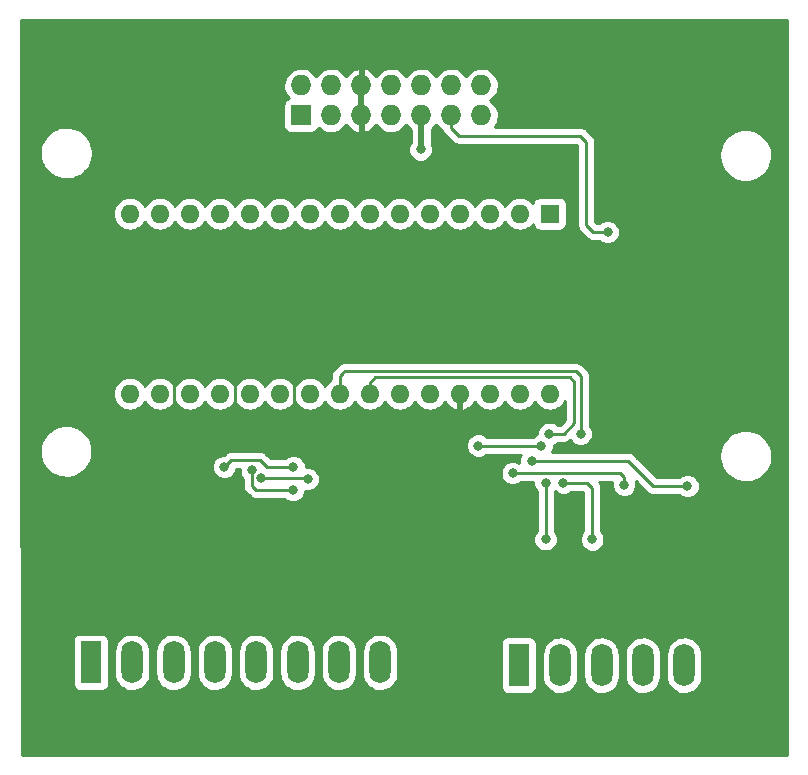
<source format=gbr>
G04 #@! TF.GenerationSoftware,KiCad,Pcbnew,5.99.0-unknown-c3175b4~86~ubuntu16.04.1*
G04 #@! TF.CreationDate,2019-12-02T17:53:17+01:00*
G04 #@! TF.ProjectId,IntAna,496e7441-6e61-42e6-9b69-6361645f7063,rev?*
G04 #@! TF.SameCoordinates,Original*
G04 #@! TF.FileFunction,Copper,L2,Bot*
G04 #@! TF.FilePolarity,Positive*
%FSLAX46Y46*%
G04 Gerber Fmt 4.6, Leading zero omitted, Abs format (unit mm)*
G04 Created by KiCad (PCBNEW 5.99.0-unknown-c3175b4~86~ubuntu16.04.1) date 2019-12-02 17:53:17*
%MOMM*%
%LPD*%
G04 APERTURE LIST*
%ADD10O,1.727200X1.727200*%
%ADD11R,1.727200X1.727200*%
%ADD12O,1.800000X3.600000*%
%ADD13R,1.800000X3.600000*%
%ADD14O,1.600000X1.600000*%
%ADD15R,1.600000X1.600000*%
%ADD16C,0.800000*%
%ADD17C,0.500000*%
%ADD18C,0.250000*%
%ADD19C,0.254000*%
G04 APERTURE END LIST*
D10*
X153510000Y-75770000D03*
X153510000Y-78310000D03*
X150970000Y-75770000D03*
X150970000Y-78310000D03*
X148430000Y-75770000D03*
X148430000Y-78310000D03*
X145890000Y-75770000D03*
X145890000Y-78310000D03*
X143350000Y-75770000D03*
X143350000Y-78310000D03*
X140810000Y-75770000D03*
X140810000Y-78310000D03*
X138270000Y-75770000D03*
D11*
X138270000Y-78310000D03*
D12*
X170710000Y-124860000D03*
X167210000Y-124860000D03*
X163710000Y-124860000D03*
X160210000Y-124860000D03*
D13*
X156710000Y-124860000D03*
D12*
X144970000Y-124620000D03*
X141470000Y-124620000D03*
X137970000Y-124620000D03*
X134470000Y-124620000D03*
X130970000Y-124620000D03*
X127470000Y-124620000D03*
X123970000Y-124620000D03*
D13*
X120470000Y-124620000D03*
D14*
X123760000Y-101870000D03*
X123760000Y-86630000D03*
X159320000Y-101870000D03*
X126300000Y-86630000D03*
X156780000Y-101870000D03*
X128840000Y-86630000D03*
X154240000Y-101870000D03*
X131380000Y-86630000D03*
X151700000Y-101870000D03*
X133920000Y-86630000D03*
X149160000Y-101870000D03*
X136460000Y-86630000D03*
X146620000Y-101870000D03*
X139000000Y-86630000D03*
X144080000Y-101870000D03*
X141540000Y-86630000D03*
X141540000Y-101870000D03*
X144080000Y-86630000D03*
X139000000Y-101870000D03*
X146620000Y-86630000D03*
X136460000Y-101870000D03*
X149160000Y-86630000D03*
X133920000Y-101870000D03*
X151700000Y-86630000D03*
X131380000Y-101870000D03*
X154240000Y-86630000D03*
X128840000Y-101870000D03*
X156780000Y-86630000D03*
X126300000Y-101870000D03*
D15*
X159320000Y-86630000D03*
D16*
X153260000Y-106270000D03*
X158620000Y-106270000D03*
X157780000Y-107530000D03*
X156200000Y-108590000D03*
X170980000Y-109690000D03*
X165620000Y-109590000D03*
X160470000Y-109400000D03*
X162920000Y-114200000D03*
X158980000Y-114190000D03*
X158980000Y-109400000D03*
X142800000Y-106330000D03*
X157100000Y-115150000D03*
X161730000Y-116440000D03*
X165350000Y-116400000D03*
X168980000Y-116470000D03*
X173780000Y-91420000D03*
X148390000Y-81180000D03*
X150240000Y-104560000D03*
X138820000Y-109100000D03*
X134100000Y-108370000D03*
X137580000Y-110030000D03*
X134890000Y-109010000D03*
X137610000Y-108080000D03*
X131760000Y-108070000D03*
X161930000Y-105280000D03*
X159290000Y-105270000D03*
X164220000Y-88190000D03*
X151892000Y-98298000D03*
D17*
X143350000Y-75770000D02*
X143350000Y-78310000D01*
D18*
X141540000Y-100370000D02*
X141820000Y-100090000D01*
X141540000Y-101870000D02*
X141540000Y-100370000D01*
X158620000Y-106270000D02*
X153260000Y-106270000D01*
X157780000Y-107530000D02*
X165920000Y-107530000D01*
X165920000Y-107530000D02*
X166290000Y-107900000D01*
X157310000Y-108590000D02*
X156200000Y-108590000D01*
X168080000Y-109690000D02*
X166290000Y-107900000D01*
X170980000Y-109690000D02*
X168080000Y-109690000D01*
X165310000Y-108590000D02*
X157310000Y-108590000D01*
X165620000Y-108900000D02*
X165310000Y-108590000D01*
X165620000Y-109590000D02*
X165620000Y-108900000D01*
X162920000Y-114200000D02*
X162920000Y-109830000D01*
X162920000Y-109830000D02*
X162490000Y-109400000D01*
X162490000Y-109400000D02*
X160470000Y-109400000D01*
X158980000Y-109400000D02*
X158980000Y-114190000D01*
X138730000Y-109010000D02*
X138820000Y-109100000D01*
X134890000Y-109010000D02*
X138730000Y-109010000D01*
X134080000Y-109670000D02*
X134080000Y-108390000D01*
X134080000Y-108390000D02*
X134100000Y-108370000D01*
X134440000Y-110030000D02*
X134080000Y-109670000D01*
X137580000Y-110030000D02*
X134440000Y-110030000D01*
X134880000Y-109020000D02*
X134890000Y-109010000D01*
X132340000Y-107490000D02*
X131760000Y-108070000D01*
X134790000Y-107490000D02*
X132340000Y-107490000D01*
X135380000Y-108080000D02*
X134790000Y-107490000D01*
X137610000Y-108080000D02*
X135380000Y-108080000D01*
X141820000Y-100090000D02*
X141820000Y-100080000D01*
X141820000Y-100080000D02*
X141930000Y-99970000D01*
X141930000Y-99970000D02*
X161570000Y-99970000D01*
X161935000Y-105275000D02*
X161935000Y-100335000D01*
X161930000Y-105280000D02*
X161935000Y-105275000D01*
X161570000Y-99970000D02*
X161935000Y-100335000D01*
X160510000Y-105270000D02*
X159290000Y-105270000D01*
X161390000Y-104390000D02*
X160510000Y-105270000D01*
X161390000Y-100870000D02*
X161390000Y-104390000D01*
X144080000Y-101870000D02*
X144080000Y-100930000D01*
X144080000Y-100930000D02*
X144520000Y-100490000D01*
X144520000Y-100490000D02*
X161010000Y-100490000D01*
X161010000Y-100490000D02*
X161390000Y-100870000D01*
X162430000Y-80580000D02*
X161920000Y-80040000D01*
X140960000Y-75810000D02*
X140770000Y-75810000D01*
X163003462Y-88190000D02*
X162421731Y-87608269D01*
X164220000Y-88190000D02*
X163003462Y-88190000D01*
X162421731Y-87608269D02*
X162430000Y-80580000D01*
X150970000Y-79400000D02*
X151599255Y-80029255D01*
X150970000Y-78310000D02*
X150970000Y-79400000D01*
X161920000Y-80040000D02*
X151599255Y-80029255D01*
X148430000Y-81140000D02*
X148390000Y-81180000D01*
D17*
X148430000Y-78310000D02*
X148430000Y-81140000D01*
D18*
X132670000Y-101230000D02*
X132670000Y-102540000D01*
X137700000Y-101230000D02*
X137700000Y-102540000D01*
X127550000Y-101180000D02*
X127550000Y-102490000D01*
D19*
G36*
X179451941Y-132462039D02*
G01*
X114633002Y-132465962D01*
X114617796Y-122808976D01*
X118928163Y-122808976D01*
X118928163Y-126436588D01*
X119008795Y-126737512D01*
X119156185Y-126913165D01*
X119349814Y-127024956D01*
X119558976Y-127061837D01*
X121386588Y-127061837D01*
X121687512Y-126981205D01*
X121863165Y-126833815D01*
X121974956Y-126640186D01*
X122011837Y-126431024D01*
X122011837Y-123673283D01*
X122436000Y-123673283D01*
X122436000Y-125585324D01*
X122452468Y-125779397D01*
X122517869Y-126031377D01*
X122624791Y-126268734D01*
X122770177Y-126484684D01*
X122949869Y-126673050D01*
X123158730Y-126828446D01*
X123390787Y-126946430D01*
X123639407Y-127023629D01*
X123897478Y-127057833D01*
X124157623Y-127048067D01*
X124412404Y-126994608D01*
X124654535Y-126898986D01*
X124877093Y-126763935D01*
X125073714Y-126593316D01*
X125238777Y-126392007D01*
X125367562Y-126165765D01*
X125457409Y-125918241D01*
X125504000Y-125566718D01*
X125504000Y-123673283D01*
X125936000Y-123673283D01*
X125936000Y-125585324D01*
X125952468Y-125779397D01*
X126017869Y-126031377D01*
X126124791Y-126268734D01*
X126270177Y-126484684D01*
X126449869Y-126673050D01*
X126658730Y-126828446D01*
X126890787Y-126946430D01*
X127139407Y-127023629D01*
X127397478Y-127057833D01*
X127657623Y-127048067D01*
X127912404Y-126994608D01*
X128154535Y-126898986D01*
X128377093Y-126763935D01*
X128573714Y-126593316D01*
X128738777Y-126392007D01*
X128867562Y-126165765D01*
X128957409Y-125918241D01*
X129004000Y-125566718D01*
X129004000Y-123673283D01*
X129436000Y-123673283D01*
X129436000Y-125585324D01*
X129452468Y-125779397D01*
X129517869Y-126031377D01*
X129624791Y-126268734D01*
X129770177Y-126484684D01*
X129949869Y-126673050D01*
X130158730Y-126828446D01*
X130390787Y-126946430D01*
X130639407Y-127023629D01*
X130897478Y-127057833D01*
X131157623Y-127048067D01*
X131412404Y-126994608D01*
X131654535Y-126898986D01*
X131877093Y-126763935D01*
X132073714Y-126593316D01*
X132238777Y-126392007D01*
X132367562Y-126165765D01*
X132457409Y-125918241D01*
X132504000Y-125566718D01*
X132504000Y-123673283D01*
X132936000Y-123673283D01*
X132936000Y-125585324D01*
X132952468Y-125779397D01*
X133017869Y-126031377D01*
X133124791Y-126268734D01*
X133270177Y-126484684D01*
X133449869Y-126673050D01*
X133658730Y-126828446D01*
X133890787Y-126946430D01*
X134139407Y-127023629D01*
X134397478Y-127057833D01*
X134657623Y-127048067D01*
X134912404Y-126994608D01*
X135154535Y-126898986D01*
X135377093Y-126763935D01*
X135573714Y-126593316D01*
X135738777Y-126392007D01*
X135867562Y-126165765D01*
X135957409Y-125918241D01*
X136004000Y-125566718D01*
X136004000Y-123673283D01*
X136436000Y-123673283D01*
X136436000Y-125585324D01*
X136452468Y-125779397D01*
X136517869Y-126031377D01*
X136624791Y-126268734D01*
X136770177Y-126484684D01*
X136949869Y-126673050D01*
X137158730Y-126828446D01*
X137390787Y-126946430D01*
X137639407Y-127023629D01*
X137897478Y-127057833D01*
X138157623Y-127048067D01*
X138412404Y-126994608D01*
X138654535Y-126898986D01*
X138877093Y-126763935D01*
X139073714Y-126593316D01*
X139238777Y-126392007D01*
X139367562Y-126165765D01*
X139457409Y-125918241D01*
X139504000Y-125566718D01*
X139504000Y-123673283D01*
X139936000Y-123673283D01*
X139936000Y-125585324D01*
X139952468Y-125779397D01*
X140017869Y-126031377D01*
X140124791Y-126268734D01*
X140270177Y-126484684D01*
X140449869Y-126673050D01*
X140658730Y-126828446D01*
X140890787Y-126946430D01*
X141139407Y-127023629D01*
X141397478Y-127057833D01*
X141657623Y-127048067D01*
X141912404Y-126994608D01*
X142154535Y-126898986D01*
X142377093Y-126763935D01*
X142573714Y-126593316D01*
X142738777Y-126392007D01*
X142867562Y-126165765D01*
X142957409Y-125918241D01*
X143004000Y-125566718D01*
X143004000Y-123673283D01*
X143436000Y-123673283D01*
X143436000Y-125585324D01*
X143452468Y-125779397D01*
X143517869Y-126031377D01*
X143624791Y-126268734D01*
X143770177Y-126484684D01*
X143949869Y-126673050D01*
X144158730Y-126828446D01*
X144390787Y-126946430D01*
X144639407Y-127023629D01*
X144897478Y-127057833D01*
X145157623Y-127048067D01*
X145412404Y-126994608D01*
X145654535Y-126898986D01*
X145877093Y-126763935D01*
X146073714Y-126593316D01*
X146238777Y-126392007D01*
X146367562Y-126165765D01*
X146457409Y-125918241D01*
X146504000Y-125566718D01*
X146504000Y-123654676D01*
X146487533Y-123460603D01*
X146422132Y-123208623D01*
X146350216Y-123048976D01*
X155168163Y-123048976D01*
X155168163Y-126676588D01*
X155248795Y-126977512D01*
X155396185Y-127153165D01*
X155589814Y-127264956D01*
X155798976Y-127301837D01*
X157626588Y-127301837D01*
X157927512Y-127221205D01*
X158103165Y-127073815D01*
X158214956Y-126880186D01*
X158251837Y-126671024D01*
X158251837Y-123913283D01*
X158676000Y-123913283D01*
X158676000Y-125825324D01*
X158692468Y-126019397D01*
X158757869Y-126271377D01*
X158864791Y-126508734D01*
X159010177Y-126724684D01*
X159189869Y-126913050D01*
X159398730Y-127068446D01*
X159630787Y-127186430D01*
X159879407Y-127263629D01*
X160137478Y-127297833D01*
X160397623Y-127288067D01*
X160652404Y-127234608D01*
X160894535Y-127138986D01*
X161117093Y-127003935D01*
X161313714Y-126833316D01*
X161478777Y-126632007D01*
X161607562Y-126405765D01*
X161697409Y-126158241D01*
X161744000Y-125806718D01*
X161744000Y-123913283D01*
X162176000Y-123913283D01*
X162176000Y-125825324D01*
X162192468Y-126019397D01*
X162257869Y-126271377D01*
X162364791Y-126508734D01*
X162510177Y-126724684D01*
X162689869Y-126913050D01*
X162898730Y-127068446D01*
X163130787Y-127186430D01*
X163379407Y-127263629D01*
X163637478Y-127297833D01*
X163897623Y-127288067D01*
X164152404Y-127234608D01*
X164394535Y-127138986D01*
X164617093Y-127003935D01*
X164813714Y-126833316D01*
X164978777Y-126632007D01*
X165107562Y-126405765D01*
X165197409Y-126158241D01*
X165244000Y-125806718D01*
X165244000Y-123913283D01*
X165676000Y-123913283D01*
X165676000Y-125825324D01*
X165692468Y-126019397D01*
X165757869Y-126271377D01*
X165864791Y-126508734D01*
X166010177Y-126724684D01*
X166189869Y-126913050D01*
X166398730Y-127068446D01*
X166630787Y-127186430D01*
X166879407Y-127263629D01*
X167137478Y-127297833D01*
X167397623Y-127288067D01*
X167652404Y-127234608D01*
X167894535Y-127138986D01*
X168117093Y-127003935D01*
X168313714Y-126833316D01*
X168478777Y-126632007D01*
X168607562Y-126405765D01*
X168697409Y-126158241D01*
X168744000Y-125806718D01*
X168744000Y-123913283D01*
X169176000Y-123913283D01*
X169176000Y-125825324D01*
X169192468Y-126019397D01*
X169257869Y-126271377D01*
X169364791Y-126508734D01*
X169510177Y-126724684D01*
X169689869Y-126913050D01*
X169898730Y-127068446D01*
X170130787Y-127186430D01*
X170379407Y-127263629D01*
X170637478Y-127297833D01*
X170897623Y-127288067D01*
X171152404Y-127234608D01*
X171394535Y-127138986D01*
X171617093Y-127003935D01*
X171813714Y-126833316D01*
X171978777Y-126632007D01*
X172107562Y-126405765D01*
X172197409Y-126158241D01*
X172244000Y-125806718D01*
X172244000Y-123894676D01*
X172227533Y-123700603D01*
X172162132Y-123448623D01*
X172055210Y-123211266D01*
X171909824Y-122995316D01*
X171730131Y-122806950D01*
X171521270Y-122651554D01*
X171289213Y-122533570D01*
X171040593Y-122456371D01*
X170782522Y-122422167D01*
X170522377Y-122431933D01*
X170267596Y-122485392D01*
X170025465Y-122581014D01*
X169802907Y-122716066D01*
X169606286Y-122886686D01*
X169441223Y-123087994D01*
X169312438Y-123314236D01*
X169222591Y-123561760D01*
X169176000Y-123913283D01*
X168744000Y-123913283D01*
X168744000Y-123894676D01*
X168727533Y-123700603D01*
X168662132Y-123448623D01*
X168555210Y-123211266D01*
X168409824Y-122995316D01*
X168230131Y-122806950D01*
X168021270Y-122651554D01*
X167789213Y-122533570D01*
X167540593Y-122456371D01*
X167282522Y-122422167D01*
X167022377Y-122431933D01*
X166767596Y-122485392D01*
X166525465Y-122581014D01*
X166302907Y-122716066D01*
X166106286Y-122886686D01*
X165941223Y-123087994D01*
X165812438Y-123314236D01*
X165722591Y-123561760D01*
X165676000Y-123913283D01*
X165244000Y-123913283D01*
X165244000Y-123894676D01*
X165227533Y-123700603D01*
X165162132Y-123448623D01*
X165055210Y-123211266D01*
X164909824Y-122995316D01*
X164730131Y-122806950D01*
X164521270Y-122651554D01*
X164289213Y-122533570D01*
X164040593Y-122456371D01*
X163782522Y-122422167D01*
X163522377Y-122431933D01*
X163267596Y-122485392D01*
X163025465Y-122581014D01*
X162802907Y-122716066D01*
X162606286Y-122886686D01*
X162441223Y-123087994D01*
X162312438Y-123314236D01*
X162222591Y-123561760D01*
X162176000Y-123913283D01*
X161744000Y-123913283D01*
X161744000Y-123894676D01*
X161727533Y-123700603D01*
X161662132Y-123448623D01*
X161555210Y-123211266D01*
X161409824Y-122995316D01*
X161230131Y-122806950D01*
X161021270Y-122651554D01*
X160789213Y-122533570D01*
X160540593Y-122456371D01*
X160282522Y-122422167D01*
X160022377Y-122431933D01*
X159767596Y-122485392D01*
X159525465Y-122581014D01*
X159302907Y-122716066D01*
X159106286Y-122886686D01*
X158941223Y-123087994D01*
X158812438Y-123314236D01*
X158722591Y-123561760D01*
X158676000Y-123913283D01*
X158251837Y-123913283D01*
X158251837Y-123043412D01*
X158171205Y-122742489D01*
X158023815Y-122566835D01*
X157830186Y-122455044D01*
X157621024Y-122418163D01*
X155793412Y-122418163D01*
X155492489Y-122498795D01*
X155316835Y-122646185D01*
X155205044Y-122839814D01*
X155168163Y-123048976D01*
X146350216Y-123048976D01*
X146315210Y-122971266D01*
X146169824Y-122755316D01*
X145990131Y-122566950D01*
X145781270Y-122411554D01*
X145549213Y-122293570D01*
X145300593Y-122216371D01*
X145042522Y-122182167D01*
X144782377Y-122191933D01*
X144527596Y-122245392D01*
X144285465Y-122341014D01*
X144062907Y-122476066D01*
X143866286Y-122646686D01*
X143701223Y-122847994D01*
X143572438Y-123074236D01*
X143482591Y-123321760D01*
X143436000Y-123673283D01*
X143004000Y-123673283D01*
X143004000Y-123654676D01*
X142987533Y-123460603D01*
X142922132Y-123208623D01*
X142815210Y-122971266D01*
X142669824Y-122755316D01*
X142490131Y-122566950D01*
X142281270Y-122411554D01*
X142049213Y-122293570D01*
X141800593Y-122216371D01*
X141542522Y-122182167D01*
X141282377Y-122191933D01*
X141027596Y-122245392D01*
X140785465Y-122341014D01*
X140562907Y-122476066D01*
X140366286Y-122646686D01*
X140201223Y-122847994D01*
X140072438Y-123074236D01*
X139982591Y-123321760D01*
X139936000Y-123673283D01*
X139504000Y-123673283D01*
X139504000Y-123654676D01*
X139487533Y-123460603D01*
X139422132Y-123208623D01*
X139315210Y-122971266D01*
X139169824Y-122755316D01*
X138990131Y-122566950D01*
X138781270Y-122411554D01*
X138549213Y-122293570D01*
X138300593Y-122216371D01*
X138042522Y-122182167D01*
X137782377Y-122191933D01*
X137527596Y-122245392D01*
X137285465Y-122341014D01*
X137062907Y-122476066D01*
X136866286Y-122646686D01*
X136701223Y-122847994D01*
X136572438Y-123074236D01*
X136482591Y-123321760D01*
X136436000Y-123673283D01*
X136004000Y-123673283D01*
X136004000Y-123654676D01*
X135987533Y-123460603D01*
X135922132Y-123208623D01*
X135815210Y-122971266D01*
X135669824Y-122755316D01*
X135490131Y-122566950D01*
X135281270Y-122411554D01*
X135049213Y-122293570D01*
X134800593Y-122216371D01*
X134542522Y-122182167D01*
X134282377Y-122191933D01*
X134027596Y-122245392D01*
X133785465Y-122341014D01*
X133562907Y-122476066D01*
X133366286Y-122646686D01*
X133201223Y-122847994D01*
X133072438Y-123074236D01*
X132982591Y-123321760D01*
X132936000Y-123673283D01*
X132504000Y-123673283D01*
X132504000Y-123654676D01*
X132487533Y-123460603D01*
X132422132Y-123208623D01*
X132315210Y-122971266D01*
X132169824Y-122755316D01*
X131990131Y-122566950D01*
X131781270Y-122411554D01*
X131549213Y-122293570D01*
X131300593Y-122216371D01*
X131042522Y-122182167D01*
X130782377Y-122191933D01*
X130527596Y-122245392D01*
X130285465Y-122341014D01*
X130062907Y-122476066D01*
X129866286Y-122646686D01*
X129701223Y-122847994D01*
X129572438Y-123074236D01*
X129482591Y-123321760D01*
X129436000Y-123673283D01*
X129004000Y-123673283D01*
X129004000Y-123654676D01*
X128987533Y-123460603D01*
X128922132Y-123208623D01*
X128815210Y-122971266D01*
X128669824Y-122755316D01*
X128490131Y-122566950D01*
X128281270Y-122411554D01*
X128049213Y-122293570D01*
X127800593Y-122216371D01*
X127542522Y-122182167D01*
X127282377Y-122191933D01*
X127027596Y-122245392D01*
X126785465Y-122341014D01*
X126562907Y-122476066D01*
X126366286Y-122646686D01*
X126201223Y-122847994D01*
X126072438Y-123074236D01*
X125982591Y-123321760D01*
X125936000Y-123673283D01*
X125504000Y-123673283D01*
X125504000Y-123654676D01*
X125487533Y-123460603D01*
X125422132Y-123208623D01*
X125315210Y-122971266D01*
X125169824Y-122755316D01*
X124990131Y-122566950D01*
X124781270Y-122411554D01*
X124549213Y-122293570D01*
X124300593Y-122216371D01*
X124042522Y-122182167D01*
X123782377Y-122191933D01*
X123527596Y-122245392D01*
X123285465Y-122341014D01*
X123062907Y-122476066D01*
X122866286Y-122646686D01*
X122701223Y-122847994D01*
X122572438Y-123074236D01*
X122482591Y-123321760D01*
X122436000Y-123673283D01*
X122011837Y-123673283D01*
X122011837Y-122803412D01*
X121931205Y-122502489D01*
X121783815Y-122326835D01*
X121590186Y-122215044D01*
X121381024Y-122178163D01*
X119553412Y-122178163D01*
X119252489Y-122258795D01*
X119076835Y-122406185D01*
X118965044Y-122599814D01*
X118928163Y-122808976D01*
X114617796Y-122808976D01*
X114592711Y-106878898D01*
X116134496Y-106878898D01*
X116172672Y-107181098D01*
X116251510Y-107475321D01*
X116369547Y-107756122D01*
X116524602Y-108018307D01*
X116713805Y-108257021D01*
X116933655Y-108467849D01*
X117180083Y-108646890D01*
X117448530Y-108790830D01*
X117734028Y-108897006D01*
X118031294Y-108963452D01*
X118334828Y-108988941D01*
X118639012Y-108973000D01*
X118938220Y-108915923D01*
X119226911Y-108818767D01*
X119499747Y-108683330D01*
X119751678Y-108512119D01*
X119978041Y-108308300D01*
X120174649Y-108075646D01*
X120264621Y-107933872D01*
X130726000Y-107933872D01*
X130726000Y-108206128D01*
X130796466Y-108469109D01*
X130932594Y-108704891D01*
X131125109Y-108897406D01*
X131360891Y-109033534D01*
X131623872Y-109104000D01*
X131896128Y-109104000D01*
X132159109Y-109033534D01*
X132394891Y-108897406D01*
X132587406Y-108704891D01*
X132723534Y-108469109D01*
X132782512Y-108249000D01*
X133066000Y-108249000D01*
X133066000Y-108506128D01*
X133136466Y-108769109D01*
X133272594Y-109004891D01*
X133321001Y-109053297D01*
X133321000Y-109730243D01*
X133321001Y-109730249D01*
X133321001Y-109790213D01*
X133339688Y-109847724D01*
X133349150Y-109907467D01*
X133376609Y-109961357D01*
X133395297Y-110018874D01*
X133430846Y-110067803D01*
X133458302Y-110121689D01*
X133628657Y-110292045D01*
X133628661Y-110292047D01*
X133817953Y-110481339D01*
X133817955Y-110481343D01*
X133988310Y-110651697D01*
X134042197Y-110679155D01*
X134091125Y-110714703D01*
X134148642Y-110733391D01*
X134202532Y-110760850D01*
X134262275Y-110770312D01*
X134319786Y-110788999D01*
X134379750Y-110788999D01*
X134379756Y-110789000D01*
X136876704Y-110789000D01*
X136945109Y-110857406D01*
X137180891Y-110993534D01*
X137443872Y-111064000D01*
X137716128Y-111064000D01*
X137979109Y-110993534D01*
X138214891Y-110857406D01*
X138407406Y-110664891D01*
X138543534Y-110429109D01*
X138614000Y-110166128D01*
X138614000Y-110115278D01*
X138683872Y-110134000D01*
X138956128Y-110134000D01*
X139219109Y-110063534D01*
X139454891Y-109927406D01*
X139647406Y-109734891D01*
X139783534Y-109499109D01*
X139854000Y-109236128D01*
X139854000Y-108963872D01*
X139783534Y-108700891D01*
X139647406Y-108465109D01*
X139454891Y-108272594D01*
X139219109Y-108136466D01*
X138956128Y-108066000D01*
X138683872Y-108066000D01*
X138644000Y-108076684D01*
X138644000Y-107943872D01*
X138573534Y-107680891D01*
X138437406Y-107445109D01*
X138244891Y-107252594D01*
X138009109Y-107116466D01*
X137746128Y-107046000D01*
X137473872Y-107046000D01*
X137210891Y-107116466D01*
X136975109Y-107252594D01*
X136906704Y-107321000D01*
X135694388Y-107321000D01*
X135412046Y-107038659D01*
X135412045Y-107038657D01*
X135241690Y-106868303D01*
X135187801Y-106840844D01*
X135138873Y-106805296D01*
X135081359Y-106786610D01*
X135027468Y-106759150D01*
X134967726Y-106749688D01*
X134910213Y-106731001D01*
X134850250Y-106731001D01*
X134850244Y-106731000D01*
X132279756Y-106731000D01*
X132279750Y-106731001D01*
X132219786Y-106731001D01*
X132162275Y-106749688D01*
X132102532Y-106759150D01*
X132048642Y-106786609D01*
X131991125Y-106805297D01*
X131942196Y-106840846D01*
X131888310Y-106868302D01*
X131720613Y-107036000D01*
X131623872Y-107036000D01*
X131360891Y-107106466D01*
X131125109Y-107242594D01*
X130932594Y-107435109D01*
X130796466Y-107670891D01*
X130726000Y-107933872D01*
X120264621Y-107933872D01*
X120337863Y-107818463D01*
X120464663Y-107541507D01*
X120552702Y-107249906D01*
X120600456Y-106948399D01*
X120604122Y-106598356D01*
X120562692Y-106295916D01*
X120480780Y-106002534D01*
X120359808Y-105722984D01*
X120202015Y-105462438D01*
X120010323Y-105225718D01*
X119788277Y-105017204D01*
X119539988Y-104840753D01*
X119270049Y-104699633D01*
X118983454Y-104596452D01*
X118685509Y-104533121D01*
X118381724Y-104510813D01*
X118077723Y-104529939D01*
X117779131Y-104590147D01*
X117491472Y-104690319D01*
X117220070Y-104828606D01*
X116969946Y-105002446D01*
X116745729Y-105208624D01*
X116551568Y-105443324D01*
X116391057Y-105702203D01*
X116267163Y-105980471D01*
X116182183Y-106272979D01*
X116137685Y-106574313D01*
X116134496Y-106878898D01*
X114592711Y-106878898D01*
X114584824Y-101870000D01*
X122320523Y-101870000D01*
X122342391Y-102119962D01*
X122407333Y-102362330D01*
X122513376Y-102589739D01*
X122657297Y-102795279D01*
X122834721Y-102972703D01*
X123040261Y-103116624D01*
X123267670Y-103222667D01*
X123510038Y-103287609D01*
X123697394Y-103304000D01*
X123822606Y-103304000D01*
X124009962Y-103287609D01*
X124252330Y-103222667D01*
X124479739Y-103116624D01*
X124685279Y-102972703D01*
X124862703Y-102795279D01*
X125006624Y-102589739D01*
X125030000Y-102539609D01*
X125053376Y-102589739D01*
X125197297Y-102795279D01*
X125374721Y-102972703D01*
X125580261Y-103116624D01*
X125807670Y-103222667D01*
X126050038Y-103287609D01*
X126237394Y-103304000D01*
X126362606Y-103304000D01*
X126549962Y-103287609D01*
X126792330Y-103222667D01*
X127019739Y-103116624D01*
X127225279Y-102972703D01*
X127402703Y-102795279D01*
X127546624Y-102589739D01*
X127570000Y-102539609D01*
X127593376Y-102589739D01*
X127737297Y-102795279D01*
X127914721Y-102972703D01*
X128120261Y-103116624D01*
X128347670Y-103222667D01*
X128590038Y-103287609D01*
X128777394Y-103304000D01*
X128902606Y-103304000D01*
X129089962Y-103287609D01*
X129332330Y-103222667D01*
X129559739Y-103116624D01*
X129765279Y-102972703D01*
X129942703Y-102795279D01*
X130086624Y-102589739D01*
X130110000Y-102539609D01*
X130133376Y-102589739D01*
X130277297Y-102795279D01*
X130454721Y-102972703D01*
X130660261Y-103116624D01*
X130887670Y-103222667D01*
X131130038Y-103287609D01*
X131317394Y-103304000D01*
X131442606Y-103304000D01*
X131629962Y-103287609D01*
X131872330Y-103222667D01*
X132099739Y-103116624D01*
X132305279Y-102972703D01*
X132482703Y-102795279D01*
X132626624Y-102589739D01*
X132650000Y-102539609D01*
X132673376Y-102589739D01*
X132817297Y-102795279D01*
X132994721Y-102972703D01*
X133200261Y-103116624D01*
X133427670Y-103222667D01*
X133670038Y-103287609D01*
X133857394Y-103304000D01*
X133982606Y-103304000D01*
X134169962Y-103287609D01*
X134412330Y-103222667D01*
X134639739Y-103116624D01*
X134845279Y-102972703D01*
X135022703Y-102795279D01*
X135166624Y-102589739D01*
X135190000Y-102539609D01*
X135213376Y-102589739D01*
X135357297Y-102795279D01*
X135534721Y-102972703D01*
X135740261Y-103116624D01*
X135967670Y-103222667D01*
X136210038Y-103287609D01*
X136397394Y-103304000D01*
X136522606Y-103304000D01*
X136709962Y-103287609D01*
X136952330Y-103222667D01*
X137179739Y-103116624D01*
X137385279Y-102972703D01*
X137562703Y-102795279D01*
X137706624Y-102589739D01*
X137730000Y-102539609D01*
X137753376Y-102589739D01*
X137897297Y-102795279D01*
X138074721Y-102972703D01*
X138280261Y-103116624D01*
X138507670Y-103222667D01*
X138750038Y-103287609D01*
X138937394Y-103304000D01*
X139062606Y-103304000D01*
X139249962Y-103287609D01*
X139492330Y-103222667D01*
X139719739Y-103116624D01*
X139925279Y-102972703D01*
X140102703Y-102795279D01*
X140246624Y-102589739D01*
X140270000Y-102539609D01*
X140293376Y-102589739D01*
X140437297Y-102795279D01*
X140614721Y-102972703D01*
X140820261Y-103116624D01*
X141047670Y-103222667D01*
X141290038Y-103287609D01*
X141477394Y-103304000D01*
X141602606Y-103304000D01*
X141789962Y-103287609D01*
X142032330Y-103222667D01*
X142259739Y-103116624D01*
X142465279Y-102972703D01*
X142642703Y-102795279D01*
X142786624Y-102589739D01*
X142810000Y-102539609D01*
X142833376Y-102589739D01*
X142977297Y-102795279D01*
X143154721Y-102972703D01*
X143360261Y-103116624D01*
X143587670Y-103222667D01*
X143830038Y-103287609D01*
X144017394Y-103304000D01*
X144142606Y-103304000D01*
X144329962Y-103287609D01*
X144572330Y-103222667D01*
X144799739Y-103116624D01*
X145005279Y-102972703D01*
X145182703Y-102795279D01*
X145326624Y-102589739D01*
X145350000Y-102539609D01*
X145373376Y-102589739D01*
X145517297Y-102795279D01*
X145694721Y-102972703D01*
X145900261Y-103116624D01*
X146127670Y-103222667D01*
X146370038Y-103287609D01*
X146557394Y-103304000D01*
X146682606Y-103304000D01*
X146869962Y-103287609D01*
X147112330Y-103222667D01*
X147339739Y-103116624D01*
X147545279Y-102972703D01*
X147722703Y-102795279D01*
X147866624Y-102589739D01*
X147890000Y-102539609D01*
X147913376Y-102589739D01*
X148057297Y-102795279D01*
X148234721Y-102972703D01*
X148440261Y-103116624D01*
X148667670Y-103222667D01*
X148910038Y-103287609D01*
X149097394Y-103304000D01*
X149222606Y-103304000D01*
X149409962Y-103287609D01*
X149652330Y-103222667D01*
X149879739Y-103116624D01*
X150085279Y-102972703D01*
X150262703Y-102795279D01*
X150406624Y-102589739D01*
X150430000Y-102539609D01*
X150453376Y-102589739D01*
X150597297Y-102795279D01*
X150774721Y-102972703D01*
X150980261Y-103116624D01*
X151207670Y-103222667D01*
X151572000Y-103320288D01*
X151572000Y-101742000D01*
X151828000Y-101742000D01*
X151828000Y-103320288D01*
X152192330Y-103222667D01*
X152419739Y-103116624D01*
X152625279Y-102972703D01*
X152802703Y-102795279D01*
X152946624Y-102589739D01*
X152970000Y-102539609D01*
X152993376Y-102589739D01*
X153137297Y-102795279D01*
X153314721Y-102972703D01*
X153520261Y-103116624D01*
X153747670Y-103222667D01*
X153990038Y-103287609D01*
X154177394Y-103304000D01*
X154302606Y-103304000D01*
X154489962Y-103287609D01*
X154732330Y-103222667D01*
X154959739Y-103116624D01*
X155165279Y-102972703D01*
X155342703Y-102795279D01*
X155486624Y-102589739D01*
X155510000Y-102539609D01*
X155533376Y-102589739D01*
X155677297Y-102795279D01*
X155854721Y-102972703D01*
X156060261Y-103116624D01*
X156287670Y-103222667D01*
X156530038Y-103287609D01*
X156717394Y-103304000D01*
X156842606Y-103304000D01*
X157029962Y-103287609D01*
X157272330Y-103222667D01*
X157499739Y-103116624D01*
X157705279Y-102972703D01*
X157882703Y-102795279D01*
X158026624Y-102589739D01*
X158050000Y-102539609D01*
X158073376Y-102589739D01*
X158217297Y-102795279D01*
X158394721Y-102972703D01*
X158600261Y-103116624D01*
X158827670Y-103222667D01*
X159070038Y-103287609D01*
X159257394Y-103304000D01*
X159382606Y-103304000D01*
X159569962Y-103287609D01*
X159812330Y-103222667D01*
X160039739Y-103116624D01*
X160245279Y-102972703D01*
X160422703Y-102795279D01*
X160566624Y-102589739D01*
X160631000Y-102451684D01*
X160631001Y-104075611D01*
X160195613Y-104511000D01*
X159993296Y-104511000D01*
X159924891Y-104442594D01*
X159689109Y-104306466D01*
X159426128Y-104236000D01*
X159153872Y-104236000D01*
X158890891Y-104306466D01*
X158655109Y-104442594D01*
X158462594Y-104635109D01*
X158326466Y-104870891D01*
X158256000Y-105133872D01*
X158256000Y-105297058D01*
X158220891Y-105306466D01*
X157985109Y-105442594D01*
X157916704Y-105511000D01*
X153963296Y-105511000D01*
X153894891Y-105442594D01*
X153659109Y-105306466D01*
X153396128Y-105236000D01*
X153123872Y-105236000D01*
X152860891Y-105306466D01*
X152625109Y-105442594D01*
X152432594Y-105635109D01*
X152296466Y-105870891D01*
X152226000Y-106133872D01*
X152226000Y-106406128D01*
X152296466Y-106669109D01*
X152432594Y-106904891D01*
X152625109Y-107097406D01*
X152860891Y-107233534D01*
X153123872Y-107304000D01*
X153396128Y-107304000D01*
X153659109Y-107233534D01*
X153894891Y-107097406D01*
X153963296Y-107029000D01*
X156875292Y-107029000D01*
X156816466Y-107130891D01*
X156746000Y-107393872D01*
X156746000Y-107666128D01*
X156760311Y-107719535D01*
X156599109Y-107626466D01*
X156336128Y-107556000D01*
X156063872Y-107556000D01*
X155800891Y-107626466D01*
X155565109Y-107762594D01*
X155372594Y-107955109D01*
X155236466Y-108190891D01*
X155166000Y-108453872D01*
X155166000Y-108726128D01*
X155236466Y-108989109D01*
X155372594Y-109224891D01*
X155565109Y-109417406D01*
X155800891Y-109553534D01*
X156063872Y-109624000D01*
X156336128Y-109624000D01*
X156599109Y-109553534D01*
X156834891Y-109417406D01*
X156903296Y-109349000D01*
X157946000Y-109349000D01*
X157946000Y-109536128D01*
X158016466Y-109799109D01*
X158152594Y-110034891D01*
X158221000Y-110103296D01*
X158221001Y-113486703D01*
X158152594Y-113555109D01*
X158016466Y-113790891D01*
X157946000Y-114053872D01*
X157946000Y-114326128D01*
X158016466Y-114589109D01*
X158152594Y-114824891D01*
X158345109Y-115017406D01*
X158580891Y-115153534D01*
X158843872Y-115224000D01*
X159116128Y-115224000D01*
X159379109Y-115153534D01*
X159614891Y-115017406D01*
X159807406Y-114824891D01*
X159943534Y-114589109D01*
X160014000Y-114326128D01*
X160014000Y-114053872D01*
X159943534Y-113790891D01*
X159807406Y-113555109D01*
X159739000Y-113486704D01*
X159739000Y-110131297D01*
X159835109Y-110227406D01*
X160070891Y-110363534D01*
X160333872Y-110434000D01*
X160606128Y-110434000D01*
X160869109Y-110363534D01*
X161104891Y-110227406D01*
X161173296Y-110159000D01*
X162161001Y-110159000D01*
X162161000Y-113496704D01*
X162092594Y-113565109D01*
X161956466Y-113800891D01*
X161886000Y-114063872D01*
X161886000Y-114336128D01*
X161956466Y-114599109D01*
X162092594Y-114834891D01*
X162285109Y-115027406D01*
X162520891Y-115163534D01*
X162783872Y-115234000D01*
X163056128Y-115234000D01*
X163319109Y-115163534D01*
X163554891Y-115027406D01*
X163747406Y-114834891D01*
X163883534Y-114599109D01*
X163954000Y-114336128D01*
X163954000Y-114063872D01*
X163883534Y-113800891D01*
X163747406Y-113565109D01*
X163679000Y-113496704D01*
X163679000Y-109769756D01*
X163678999Y-109769750D01*
X163678999Y-109709786D01*
X163660312Y-109652275D01*
X163650850Y-109592532D01*
X163623391Y-109538642D01*
X163604703Y-109481125D01*
X163569154Y-109432196D01*
X163541698Y-109378310D01*
X163512388Y-109349000D01*
X164614100Y-109349000D01*
X164586000Y-109453872D01*
X164586000Y-109726128D01*
X164656466Y-109989109D01*
X164792594Y-110224891D01*
X164985109Y-110417406D01*
X165220891Y-110553534D01*
X165483872Y-110624000D01*
X165756128Y-110624000D01*
X166019109Y-110553534D01*
X166254891Y-110417406D01*
X166447406Y-110224891D01*
X166583534Y-109989109D01*
X166654000Y-109726128D01*
X166654000Y-109453872D01*
X166611363Y-109294749D01*
X167472414Y-110155801D01*
X167628310Y-110311698D01*
X167682196Y-110339154D01*
X167731125Y-110374703D01*
X167788642Y-110393391D01*
X167842532Y-110420850D01*
X167902275Y-110430312D01*
X167959786Y-110448999D01*
X168019750Y-110448999D01*
X168019756Y-110449000D01*
X170276704Y-110449000D01*
X170345109Y-110517406D01*
X170580891Y-110653534D01*
X170843872Y-110724000D01*
X171116128Y-110724000D01*
X171379109Y-110653534D01*
X171614891Y-110517406D01*
X171807406Y-110324891D01*
X171943534Y-110089109D01*
X172014000Y-109826128D01*
X172014000Y-109553872D01*
X171943534Y-109290891D01*
X171807406Y-109055109D01*
X171614891Y-108862594D01*
X171379109Y-108726466D01*
X171116128Y-108656000D01*
X170843872Y-108656000D01*
X170580891Y-108726466D01*
X170345109Y-108862594D01*
X170276704Y-108931000D01*
X168394387Y-108931000D01*
X166791468Y-107328082D01*
X166742284Y-107278898D01*
X173684496Y-107278898D01*
X173722672Y-107581098D01*
X173801510Y-107875321D01*
X173919547Y-108156122D01*
X174074602Y-108418307D01*
X174263805Y-108657021D01*
X174483655Y-108867849D01*
X174730083Y-109046890D01*
X174998530Y-109190830D01*
X175284028Y-109297006D01*
X175581294Y-109363452D01*
X175884828Y-109388941D01*
X176189012Y-109373000D01*
X176488220Y-109315923D01*
X176776911Y-109218767D01*
X177049747Y-109083330D01*
X177301678Y-108912119D01*
X177528041Y-108708300D01*
X177724649Y-108475646D01*
X177887863Y-108218463D01*
X178014663Y-107941507D01*
X178102702Y-107649906D01*
X178150456Y-107348399D01*
X178154122Y-106998356D01*
X178112692Y-106695916D01*
X178030780Y-106402534D01*
X177909808Y-106122984D01*
X177752015Y-105862438D01*
X177560323Y-105625718D01*
X177338277Y-105417204D01*
X177089988Y-105240753D01*
X176820049Y-105099633D01*
X176533454Y-104996452D01*
X176235509Y-104933121D01*
X175931724Y-104910813D01*
X175627723Y-104929939D01*
X175329131Y-104990147D01*
X175041472Y-105090319D01*
X174770070Y-105228606D01*
X174519946Y-105402446D01*
X174295729Y-105608624D01*
X174101568Y-105843324D01*
X173941057Y-106102203D01*
X173817163Y-106380471D01*
X173732183Y-106672979D01*
X173687685Y-106974313D01*
X173684496Y-107278898D01*
X166742284Y-107278898D01*
X166542047Y-107078661D01*
X166542045Y-107078657D01*
X166371690Y-106908303D01*
X166317801Y-106880844D01*
X166268873Y-106845296D01*
X166211359Y-106826610D01*
X166157468Y-106799150D01*
X166097726Y-106789688D01*
X166040213Y-106771001D01*
X165980250Y-106771001D01*
X165980244Y-106771000D01*
X159524708Y-106771000D01*
X159583534Y-106669109D01*
X159654000Y-106406128D01*
X159654000Y-106242942D01*
X159689109Y-106233534D01*
X159924891Y-106097406D01*
X159993296Y-106029000D01*
X160570244Y-106029000D01*
X160570250Y-106028999D01*
X160630213Y-106028999D01*
X160687726Y-106010312D01*
X160747468Y-106000850D01*
X160801359Y-105973390D01*
X160858873Y-105954704D01*
X160907801Y-105919156D01*
X160961690Y-105891697D01*
X161042530Y-105810857D01*
X161102594Y-105914891D01*
X161295109Y-106107406D01*
X161530891Y-106243534D01*
X161793872Y-106314000D01*
X162066128Y-106314000D01*
X162329109Y-106243534D01*
X162564891Y-106107406D01*
X162757406Y-105914891D01*
X162893534Y-105679109D01*
X162964000Y-105416128D01*
X162964000Y-105143872D01*
X162893534Y-104880891D01*
X162757406Y-104645109D01*
X162694000Y-104581704D01*
X162694000Y-100274756D01*
X162693999Y-100274750D01*
X162693999Y-100214786D01*
X162675312Y-100157275D01*
X162665850Y-100097532D01*
X162638391Y-100043642D01*
X162619703Y-99986125D01*
X162584155Y-99937197D01*
X162556697Y-99883310D01*
X162386343Y-99712955D01*
X162386339Y-99712953D01*
X162192047Y-99518661D01*
X162192045Y-99518657D01*
X162021690Y-99348303D01*
X161967801Y-99320844D01*
X161918873Y-99285296D01*
X161861359Y-99266610D01*
X161807468Y-99239150D01*
X161747726Y-99229688D01*
X161690213Y-99211001D01*
X161630250Y-99211001D01*
X161630244Y-99211000D01*
X141869756Y-99211000D01*
X141869750Y-99211001D01*
X141809786Y-99211001D01*
X141752274Y-99229688D01*
X141692532Y-99239150D01*
X141638641Y-99266610D01*
X141581127Y-99285296D01*
X141532199Y-99320844D01*
X141478310Y-99348303D01*
X141307955Y-99518657D01*
X141307954Y-99518659D01*
X141198302Y-99628310D01*
X141187912Y-99648702D01*
X140918303Y-99918310D01*
X140890849Y-99972194D01*
X140855297Y-100021125D01*
X140836608Y-100078645D01*
X140809151Y-100132533D01*
X140799690Y-100192268D01*
X140781001Y-100249787D01*
X140781001Y-100650866D01*
X140614721Y-100767297D01*
X140437297Y-100944721D01*
X140293376Y-101150261D01*
X140270000Y-101200391D01*
X140246624Y-101150261D01*
X140102703Y-100944721D01*
X139925279Y-100767297D01*
X139719739Y-100623376D01*
X139492330Y-100517333D01*
X139249962Y-100452391D01*
X139062606Y-100436000D01*
X138937394Y-100436000D01*
X138750038Y-100452391D01*
X138507670Y-100517333D01*
X138280261Y-100623376D01*
X138074721Y-100767297D01*
X137897297Y-100944721D01*
X137753376Y-101150261D01*
X137730000Y-101200391D01*
X137706624Y-101150261D01*
X137562703Y-100944721D01*
X137385279Y-100767297D01*
X137179739Y-100623376D01*
X136952330Y-100517333D01*
X136709962Y-100452391D01*
X136522606Y-100436000D01*
X136397394Y-100436000D01*
X136210038Y-100452391D01*
X135967670Y-100517333D01*
X135740261Y-100623376D01*
X135534721Y-100767297D01*
X135357297Y-100944721D01*
X135213376Y-101150261D01*
X135190000Y-101200391D01*
X135166624Y-101150261D01*
X135022703Y-100944721D01*
X134845279Y-100767297D01*
X134639739Y-100623376D01*
X134412330Y-100517333D01*
X134169962Y-100452391D01*
X133982606Y-100436000D01*
X133857394Y-100436000D01*
X133670038Y-100452391D01*
X133427670Y-100517333D01*
X133200261Y-100623376D01*
X132994721Y-100767297D01*
X132817297Y-100944721D01*
X132673376Y-101150261D01*
X132650000Y-101200391D01*
X132626624Y-101150261D01*
X132482703Y-100944721D01*
X132305279Y-100767297D01*
X132099739Y-100623376D01*
X131872330Y-100517333D01*
X131629962Y-100452391D01*
X131442606Y-100436000D01*
X131317394Y-100436000D01*
X131130038Y-100452391D01*
X130887670Y-100517333D01*
X130660261Y-100623376D01*
X130454721Y-100767297D01*
X130277297Y-100944721D01*
X130133376Y-101150261D01*
X130110000Y-101200391D01*
X130086624Y-101150261D01*
X129942703Y-100944721D01*
X129765279Y-100767297D01*
X129559739Y-100623376D01*
X129332330Y-100517333D01*
X129089962Y-100452391D01*
X128902606Y-100436000D01*
X128777394Y-100436000D01*
X128590038Y-100452391D01*
X128347670Y-100517333D01*
X128120261Y-100623376D01*
X127914721Y-100767297D01*
X127737297Y-100944721D01*
X127593376Y-101150261D01*
X127570000Y-101200391D01*
X127546624Y-101150261D01*
X127402703Y-100944721D01*
X127225279Y-100767297D01*
X127019739Y-100623376D01*
X126792330Y-100517333D01*
X126549962Y-100452391D01*
X126362606Y-100436000D01*
X126237394Y-100436000D01*
X126050038Y-100452391D01*
X125807670Y-100517333D01*
X125580261Y-100623376D01*
X125374721Y-100767297D01*
X125197297Y-100944721D01*
X125053376Y-101150261D01*
X125030000Y-101200391D01*
X125006624Y-101150261D01*
X124862703Y-100944721D01*
X124685279Y-100767297D01*
X124479739Y-100623376D01*
X124252330Y-100517333D01*
X124009962Y-100452391D01*
X123822606Y-100436000D01*
X123697394Y-100436000D01*
X123510038Y-100452391D01*
X123267670Y-100517333D01*
X123040261Y-100623376D01*
X122834721Y-100767297D01*
X122657297Y-100944721D01*
X122513376Y-101150261D01*
X122407333Y-101377670D01*
X122342391Y-101620038D01*
X122320523Y-101870000D01*
X114584824Y-101870000D01*
X114560826Y-86630000D01*
X122320523Y-86630000D01*
X122342391Y-86879962D01*
X122407333Y-87122330D01*
X122513376Y-87349739D01*
X122657297Y-87555279D01*
X122834721Y-87732703D01*
X123040261Y-87876624D01*
X123267670Y-87982667D01*
X123510038Y-88047609D01*
X123697394Y-88064000D01*
X123822606Y-88064000D01*
X124009962Y-88047609D01*
X124252330Y-87982667D01*
X124479739Y-87876624D01*
X124685279Y-87732703D01*
X124862703Y-87555279D01*
X125006624Y-87349739D01*
X125030000Y-87299609D01*
X125053376Y-87349739D01*
X125197297Y-87555279D01*
X125374721Y-87732703D01*
X125580261Y-87876624D01*
X125807670Y-87982667D01*
X126050038Y-88047609D01*
X126237394Y-88064000D01*
X126362606Y-88064000D01*
X126549962Y-88047609D01*
X126792330Y-87982667D01*
X127019739Y-87876624D01*
X127225279Y-87732703D01*
X127402703Y-87555279D01*
X127546624Y-87349739D01*
X127570000Y-87299609D01*
X127593376Y-87349739D01*
X127737297Y-87555279D01*
X127914721Y-87732703D01*
X128120261Y-87876624D01*
X128347670Y-87982667D01*
X128590038Y-88047609D01*
X128777394Y-88064000D01*
X128902606Y-88064000D01*
X129089962Y-88047609D01*
X129332330Y-87982667D01*
X129559739Y-87876624D01*
X129765279Y-87732703D01*
X129942703Y-87555279D01*
X130086624Y-87349739D01*
X130110000Y-87299609D01*
X130133376Y-87349739D01*
X130277297Y-87555279D01*
X130454721Y-87732703D01*
X130660261Y-87876624D01*
X130887670Y-87982667D01*
X131130038Y-88047609D01*
X131317394Y-88064000D01*
X131442606Y-88064000D01*
X131629962Y-88047609D01*
X131872330Y-87982667D01*
X132099739Y-87876624D01*
X132305279Y-87732703D01*
X132482703Y-87555279D01*
X132626624Y-87349739D01*
X132650000Y-87299609D01*
X132673376Y-87349739D01*
X132817297Y-87555279D01*
X132994721Y-87732703D01*
X133200261Y-87876624D01*
X133427670Y-87982667D01*
X133670038Y-88047609D01*
X133857394Y-88064000D01*
X133982606Y-88064000D01*
X134169962Y-88047609D01*
X134412330Y-87982667D01*
X134639739Y-87876624D01*
X134845279Y-87732703D01*
X135022703Y-87555279D01*
X135166624Y-87349739D01*
X135190000Y-87299609D01*
X135213376Y-87349739D01*
X135357297Y-87555279D01*
X135534721Y-87732703D01*
X135740261Y-87876624D01*
X135967670Y-87982667D01*
X136210038Y-88047609D01*
X136397394Y-88064000D01*
X136522606Y-88064000D01*
X136709962Y-88047609D01*
X136952330Y-87982667D01*
X137179739Y-87876624D01*
X137385279Y-87732703D01*
X137562703Y-87555279D01*
X137706624Y-87349739D01*
X137730000Y-87299609D01*
X137753376Y-87349739D01*
X137897297Y-87555279D01*
X138074721Y-87732703D01*
X138280261Y-87876624D01*
X138507670Y-87982667D01*
X138750038Y-88047609D01*
X138937394Y-88064000D01*
X139062606Y-88064000D01*
X139249962Y-88047609D01*
X139492330Y-87982667D01*
X139719739Y-87876624D01*
X139925279Y-87732703D01*
X140102703Y-87555279D01*
X140246624Y-87349739D01*
X140270000Y-87299609D01*
X140293376Y-87349739D01*
X140437297Y-87555279D01*
X140614721Y-87732703D01*
X140820261Y-87876624D01*
X141047670Y-87982667D01*
X141290038Y-88047609D01*
X141477394Y-88064000D01*
X141602606Y-88064000D01*
X141789962Y-88047609D01*
X142032330Y-87982667D01*
X142259739Y-87876624D01*
X142465279Y-87732703D01*
X142642703Y-87555279D01*
X142786624Y-87349739D01*
X142810000Y-87299609D01*
X142833376Y-87349739D01*
X142977297Y-87555279D01*
X143154721Y-87732703D01*
X143360261Y-87876624D01*
X143587670Y-87982667D01*
X143830038Y-88047609D01*
X144017394Y-88064000D01*
X144142606Y-88064000D01*
X144329962Y-88047609D01*
X144572330Y-87982667D01*
X144799739Y-87876624D01*
X145005279Y-87732703D01*
X145182703Y-87555279D01*
X145326624Y-87349739D01*
X145350000Y-87299609D01*
X145373376Y-87349739D01*
X145517297Y-87555279D01*
X145694721Y-87732703D01*
X145900261Y-87876624D01*
X146127670Y-87982667D01*
X146370038Y-88047609D01*
X146557394Y-88064000D01*
X146682606Y-88064000D01*
X146869962Y-88047609D01*
X147112330Y-87982667D01*
X147339739Y-87876624D01*
X147545279Y-87732703D01*
X147722703Y-87555279D01*
X147866624Y-87349739D01*
X147890000Y-87299609D01*
X147913376Y-87349739D01*
X148057297Y-87555279D01*
X148234721Y-87732703D01*
X148440261Y-87876624D01*
X148667670Y-87982667D01*
X148910038Y-88047609D01*
X149097394Y-88064000D01*
X149222606Y-88064000D01*
X149409962Y-88047609D01*
X149652330Y-87982667D01*
X149879739Y-87876624D01*
X150085279Y-87732703D01*
X150262703Y-87555279D01*
X150406624Y-87349739D01*
X150430000Y-87299609D01*
X150453376Y-87349739D01*
X150597297Y-87555279D01*
X150774721Y-87732703D01*
X150980261Y-87876624D01*
X151207670Y-87982667D01*
X151450038Y-88047609D01*
X151637394Y-88064000D01*
X151762606Y-88064000D01*
X151949962Y-88047609D01*
X152192330Y-87982667D01*
X152419739Y-87876624D01*
X152625279Y-87732703D01*
X152802703Y-87555279D01*
X152946624Y-87349739D01*
X152970000Y-87299609D01*
X152993376Y-87349739D01*
X153137297Y-87555279D01*
X153314721Y-87732703D01*
X153520261Y-87876624D01*
X153747670Y-87982667D01*
X153990038Y-88047609D01*
X154177394Y-88064000D01*
X154302606Y-88064000D01*
X154489962Y-88047609D01*
X154732330Y-87982667D01*
X154959739Y-87876624D01*
X155165279Y-87732703D01*
X155342703Y-87555279D01*
X155486624Y-87349739D01*
X155510000Y-87299609D01*
X155533376Y-87349739D01*
X155677297Y-87555279D01*
X155854721Y-87732703D01*
X156060261Y-87876624D01*
X156287670Y-87982667D01*
X156530038Y-88047609D01*
X156717394Y-88064000D01*
X156842606Y-88064000D01*
X157029962Y-88047609D01*
X157272330Y-87982667D01*
X157499739Y-87876624D01*
X157705279Y-87732703D01*
X157882703Y-87555279D01*
X157900483Y-87529887D01*
X157958795Y-87747512D01*
X158106185Y-87923165D01*
X158299814Y-88034956D01*
X158508976Y-88071837D01*
X160136588Y-88071837D01*
X160437512Y-87991205D01*
X160613165Y-87843815D01*
X160724956Y-87650186D01*
X160761837Y-87441024D01*
X160761837Y-85813412D01*
X160681205Y-85512489D01*
X160533815Y-85336835D01*
X160340186Y-85225044D01*
X160131024Y-85188163D01*
X158503412Y-85188163D01*
X158202489Y-85268795D01*
X158026835Y-85416185D01*
X157915044Y-85609814D01*
X157895170Y-85722525D01*
X157882703Y-85704721D01*
X157705279Y-85527297D01*
X157499739Y-85383376D01*
X157272330Y-85277333D01*
X157029962Y-85212391D01*
X156842606Y-85196000D01*
X156717394Y-85196000D01*
X156530038Y-85212391D01*
X156287670Y-85277333D01*
X156060261Y-85383376D01*
X155854721Y-85527297D01*
X155677297Y-85704721D01*
X155533376Y-85910261D01*
X155510000Y-85960391D01*
X155486624Y-85910261D01*
X155342703Y-85704721D01*
X155165279Y-85527297D01*
X154959739Y-85383376D01*
X154732330Y-85277333D01*
X154489962Y-85212391D01*
X154302606Y-85196000D01*
X154177394Y-85196000D01*
X153990038Y-85212391D01*
X153747670Y-85277333D01*
X153520261Y-85383376D01*
X153314721Y-85527297D01*
X153137297Y-85704721D01*
X152993376Y-85910261D01*
X152970000Y-85960391D01*
X152946624Y-85910261D01*
X152802703Y-85704721D01*
X152625279Y-85527297D01*
X152419739Y-85383376D01*
X152192330Y-85277333D01*
X151949962Y-85212391D01*
X151762606Y-85196000D01*
X151637394Y-85196000D01*
X151450038Y-85212391D01*
X151207670Y-85277333D01*
X150980261Y-85383376D01*
X150774721Y-85527297D01*
X150597297Y-85704721D01*
X150453376Y-85910261D01*
X150430000Y-85960391D01*
X150406624Y-85910261D01*
X150262703Y-85704721D01*
X150085279Y-85527297D01*
X149879739Y-85383376D01*
X149652330Y-85277333D01*
X149409962Y-85212391D01*
X149222606Y-85196000D01*
X149097394Y-85196000D01*
X148910038Y-85212391D01*
X148667670Y-85277333D01*
X148440261Y-85383376D01*
X148234721Y-85527297D01*
X148057297Y-85704721D01*
X147913376Y-85910261D01*
X147890000Y-85960391D01*
X147866624Y-85910261D01*
X147722703Y-85704721D01*
X147545279Y-85527297D01*
X147339739Y-85383376D01*
X147112330Y-85277333D01*
X146869962Y-85212391D01*
X146682606Y-85196000D01*
X146557394Y-85196000D01*
X146370038Y-85212391D01*
X146127670Y-85277333D01*
X145900261Y-85383376D01*
X145694721Y-85527297D01*
X145517297Y-85704721D01*
X145373376Y-85910261D01*
X145350000Y-85960391D01*
X145326624Y-85910261D01*
X145182703Y-85704721D01*
X145005279Y-85527297D01*
X144799739Y-85383376D01*
X144572330Y-85277333D01*
X144329962Y-85212391D01*
X144142606Y-85196000D01*
X144017394Y-85196000D01*
X143830038Y-85212391D01*
X143587670Y-85277333D01*
X143360261Y-85383376D01*
X143154721Y-85527297D01*
X142977297Y-85704721D01*
X142833376Y-85910261D01*
X142810000Y-85960391D01*
X142786624Y-85910261D01*
X142642703Y-85704721D01*
X142465279Y-85527297D01*
X142259739Y-85383376D01*
X142032330Y-85277333D01*
X141789962Y-85212391D01*
X141602606Y-85196000D01*
X141477394Y-85196000D01*
X141290038Y-85212391D01*
X141047670Y-85277333D01*
X140820261Y-85383376D01*
X140614721Y-85527297D01*
X140437297Y-85704721D01*
X140293376Y-85910261D01*
X140270000Y-85960391D01*
X140246624Y-85910261D01*
X140102703Y-85704721D01*
X139925279Y-85527297D01*
X139719739Y-85383376D01*
X139492330Y-85277333D01*
X139249962Y-85212391D01*
X139062606Y-85196000D01*
X138937394Y-85196000D01*
X138750038Y-85212391D01*
X138507670Y-85277333D01*
X138280261Y-85383376D01*
X138074721Y-85527297D01*
X137897297Y-85704721D01*
X137753376Y-85910261D01*
X137730000Y-85960391D01*
X137706624Y-85910261D01*
X137562703Y-85704721D01*
X137385279Y-85527297D01*
X137179739Y-85383376D01*
X136952330Y-85277333D01*
X136709962Y-85212391D01*
X136522606Y-85196000D01*
X136397394Y-85196000D01*
X136210038Y-85212391D01*
X135967670Y-85277333D01*
X135740261Y-85383376D01*
X135534721Y-85527297D01*
X135357297Y-85704721D01*
X135213376Y-85910261D01*
X135190000Y-85960391D01*
X135166624Y-85910261D01*
X135022703Y-85704721D01*
X134845279Y-85527297D01*
X134639739Y-85383376D01*
X134412330Y-85277333D01*
X134169962Y-85212391D01*
X133982606Y-85196000D01*
X133857394Y-85196000D01*
X133670038Y-85212391D01*
X133427670Y-85277333D01*
X133200261Y-85383376D01*
X132994721Y-85527297D01*
X132817297Y-85704721D01*
X132673376Y-85910261D01*
X132650000Y-85960391D01*
X132626624Y-85910261D01*
X132482703Y-85704721D01*
X132305279Y-85527297D01*
X132099739Y-85383376D01*
X131872330Y-85277333D01*
X131629962Y-85212391D01*
X131442606Y-85196000D01*
X131317394Y-85196000D01*
X131130038Y-85212391D01*
X130887670Y-85277333D01*
X130660261Y-85383376D01*
X130454721Y-85527297D01*
X130277297Y-85704721D01*
X130133376Y-85910261D01*
X130110000Y-85960391D01*
X130086624Y-85910261D01*
X129942703Y-85704721D01*
X129765279Y-85527297D01*
X129559739Y-85383376D01*
X129332330Y-85277333D01*
X129089962Y-85212391D01*
X128902606Y-85196000D01*
X128777394Y-85196000D01*
X128590038Y-85212391D01*
X128347670Y-85277333D01*
X128120261Y-85383376D01*
X127914721Y-85527297D01*
X127737297Y-85704721D01*
X127593376Y-85910261D01*
X127570000Y-85960391D01*
X127546624Y-85910261D01*
X127402703Y-85704721D01*
X127225279Y-85527297D01*
X127019739Y-85383376D01*
X126792330Y-85277333D01*
X126549962Y-85212391D01*
X126362606Y-85196000D01*
X126237394Y-85196000D01*
X126050038Y-85212391D01*
X125807670Y-85277333D01*
X125580261Y-85383376D01*
X125374721Y-85527297D01*
X125197297Y-85704721D01*
X125053376Y-85910261D01*
X125030000Y-85960391D01*
X125006624Y-85910261D01*
X124862703Y-85704721D01*
X124685279Y-85527297D01*
X124479739Y-85383376D01*
X124252330Y-85277333D01*
X124009962Y-85212391D01*
X123822606Y-85196000D01*
X123697394Y-85196000D01*
X123510038Y-85212391D01*
X123267670Y-85277333D01*
X123040261Y-85383376D01*
X122834721Y-85527297D01*
X122657297Y-85704721D01*
X122513376Y-85910261D01*
X122407333Y-86137670D01*
X122342391Y-86380038D01*
X122320523Y-86630000D01*
X114560826Y-86630000D01*
X114552934Y-81618898D01*
X116154496Y-81618898D01*
X116192672Y-81921098D01*
X116271510Y-82215321D01*
X116389547Y-82496122D01*
X116544602Y-82758307D01*
X116733805Y-82997021D01*
X116953655Y-83207849D01*
X117200083Y-83386890D01*
X117468530Y-83530830D01*
X117754028Y-83637006D01*
X118051294Y-83703452D01*
X118354828Y-83728941D01*
X118659012Y-83713000D01*
X118958220Y-83655923D01*
X119246911Y-83558767D01*
X119519747Y-83423330D01*
X119771678Y-83252119D01*
X119998041Y-83048300D01*
X120194649Y-82815646D01*
X120357863Y-82558463D01*
X120484663Y-82281507D01*
X120572702Y-81989906D01*
X120620456Y-81688399D01*
X120624122Y-81338356D01*
X120582692Y-81035916D01*
X120500780Y-80742534D01*
X120379808Y-80462984D01*
X120222015Y-80202438D01*
X120030323Y-79965718D01*
X119808277Y-79757204D01*
X119559988Y-79580753D01*
X119290049Y-79439633D01*
X119003454Y-79336452D01*
X118705509Y-79273121D01*
X118401724Y-79250813D01*
X118097723Y-79269939D01*
X117799131Y-79330147D01*
X117511472Y-79430319D01*
X117240070Y-79568606D01*
X116989946Y-79742446D01*
X116765729Y-79948624D01*
X116571568Y-80183324D01*
X116411057Y-80442203D01*
X116287163Y-80720471D01*
X116202183Y-81012979D01*
X116157685Y-81314313D01*
X116154496Y-81618898D01*
X114552934Y-81618898D01*
X114546346Y-77435376D01*
X136764563Y-77435376D01*
X136764563Y-79190188D01*
X136845195Y-79491112D01*
X136992585Y-79666765D01*
X137186214Y-79778556D01*
X137395376Y-79815437D01*
X139150188Y-79815437D01*
X139451112Y-79734805D01*
X139626765Y-79587415D01*
X139738556Y-79393786D01*
X139743459Y-79365982D01*
X139762153Y-79387525D01*
X139958684Y-79548671D01*
X140179558Y-79674400D01*
X140421275Y-79762139D01*
X140764271Y-79807600D01*
X140873780Y-79807600D01*
X141063242Y-79791524D01*
X141309242Y-79727675D01*
X141540967Y-79623290D01*
X141751793Y-79481355D01*
X141935690Y-79305926D01*
X142082670Y-79108375D01*
X142135581Y-79195570D01*
X142302153Y-79387525D01*
X142498684Y-79548671D01*
X142719558Y-79674400D01*
X142961275Y-79762139D01*
X143222000Y-79796696D01*
X143222000Y-78182000D01*
X143478000Y-78182000D01*
X143478000Y-79824030D01*
X143849242Y-79727675D01*
X144080967Y-79623290D01*
X144291793Y-79481355D01*
X144475690Y-79305926D01*
X144622670Y-79108375D01*
X144675581Y-79195570D01*
X144842153Y-79387525D01*
X145038684Y-79548671D01*
X145259558Y-79674400D01*
X145501275Y-79762139D01*
X145844271Y-79807600D01*
X145953780Y-79807600D01*
X146143242Y-79791524D01*
X146389242Y-79727675D01*
X146620967Y-79623290D01*
X146831793Y-79481355D01*
X147015690Y-79305926D01*
X147162670Y-79108375D01*
X147215581Y-79195570D01*
X147382153Y-79387525D01*
X147546000Y-79521872D01*
X147546001Y-80573849D01*
X147426466Y-80780891D01*
X147356000Y-81043872D01*
X147356000Y-81316128D01*
X147426466Y-81579109D01*
X147562594Y-81814891D01*
X147755109Y-82007406D01*
X147990891Y-82143534D01*
X148253872Y-82214000D01*
X148526128Y-82214000D01*
X148789109Y-82143534D01*
X149024891Y-82007406D01*
X149217406Y-81814891D01*
X149353534Y-81579109D01*
X149424000Y-81316128D01*
X149424000Y-81043872D01*
X149353534Y-80780891D01*
X149314000Y-80712416D01*
X149314000Y-79520263D01*
X149371793Y-79481354D01*
X149555690Y-79305926D01*
X149702670Y-79108375D01*
X149755581Y-79195570D01*
X149922153Y-79387525D01*
X150118684Y-79548671D01*
X150235631Y-79615241D01*
X150239151Y-79637467D01*
X150266608Y-79691355D01*
X150285297Y-79748875D01*
X150320849Y-79797806D01*
X150348303Y-79851690D01*
X150398082Y-79901468D01*
X151062937Y-80566324D01*
X151146918Y-80650481D01*
X151201129Y-80678175D01*
X151250380Y-80713958D01*
X151307526Y-80732526D01*
X151361028Y-80759857D01*
X151421144Y-80769442D01*
X151479041Y-80788254D01*
X151598596Y-80788254D01*
X161592513Y-80798659D01*
X161670646Y-80881387D01*
X161662872Y-87487619D01*
X161662732Y-87488051D01*
X161662732Y-87607049D01*
X161662661Y-87667118D01*
X161662732Y-87667569D01*
X161662732Y-87728482D01*
X161681281Y-87785569D01*
X161690603Y-87844876D01*
X161718200Y-87899196D01*
X161737028Y-87957143D01*
X161772315Y-88005712D01*
X161799503Y-88059227D01*
X161842479Y-88102303D01*
X161842743Y-88102668D01*
X161884854Y-88144778D01*
X161969335Y-88229459D01*
X161969741Y-88229666D01*
X162395875Y-88655801D01*
X162551772Y-88811698D01*
X162605658Y-88839154D01*
X162654587Y-88874703D01*
X162712104Y-88893391D01*
X162765994Y-88920850D01*
X162825737Y-88930312D01*
X162883248Y-88948999D01*
X162943212Y-88948999D01*
X162943218Y-88949000D01*
X163516704Y-88949000D01*
X163585109Y-89017406D01*
X163820891Y-89153534D01*
X164083872Y-89224000D01*
X164356128Y-89224000D01*
X164619109Y-89153534D01*
X164854891Y-89017406D01*
X165047406Y-88824891D01*
X165183534Y-88589109D01*
X165254000Y-88326128D01*
X165254000Y-88053872D01*
X165183534Y-87790891D01*
X165047406Y-87555109D01*
X164854891Y-87362594D01*
X164619109Y-87226466D01*
X164356128Y-87156000D01*
X164083872Y-87156000D01*
X163820891Y-87226466D01*
X163585109Y-87362594D01*
X163516704Y-87431000D01*
X163317849Y-87431000D01*
X163181101Y-87294252D01*
X163187519Y-81838898D01*
X173674496Y-81838898D01*
X173712672Y-82141098D01*
X173791510Y-82435321D01*
X173909547Y-82716122D01*
X174064602Y-82978307D01*
X174253805Y-83217021D01*
X174473655Y-83427849D01*
X174720083Y-83606890D01*
X174988530Y-83750830D01*
X175274028Y-83857006D01*
X175571294Y-83923452D01*
X175874828Y-83948941D01*
X176179012Y-83933000D01*
X176478220Y-83875923D01*
X176766911Y-83778767D01*
X177039747Y-83643330D01*
X177291678Y-83472119D01*
X177518041Y-83268300D01*
X177714649Y-83035646D01*
X177877863Y-82778463D01*
X178004663Y-82501507D01*
X178092702Y-82209906D01*
X178140456Y-81908399D01*
X178144122Y-81558356D01*
X178102692Y-81255916D01*
X178020780Y-80962534D01*
X177899808Y-80682984D01*
X177742015Y-80422438D01*
X177550323Y-80185718D01*
X177328277Y-79977204D01*
X177079988Y-79800753D01*
X176810049Y-79659633D01*
X176523454Y-79556452D01*
X176225509Y-79493121D01*
X175921724Y-79470813D01*
X175617723Y-79489939D01*
X175319131Y-79550147D01*
X175031472Y-79650319D01*
X174760070Y-79788606D01*
X174509946Y-79962446D01*
X174285729Y-80168624D01*
X174091568Y-80403324D01*
X173931057Y-80662203D01*
X173807163Y-80940471D01*
X173722183Y-81232979D01*
X173677685Y-81534313D01*
X173674496Y-81838898D01*
X163187519Y-81838898D01*
X163188987Y-80591274D01*
X163192123Y-80481512D01*
X163172142Y-80413466D01*
X163161128Y-80343393D01*
X163138478Y-80298811D01*
X163124388Y-80250823D01*
X163084350Y-80192269D01*
X163052228Y-80129042D01*
X162974703Y-80051335D01*
X162547007Y-79598481D01*
X162542167Y-79588957D01*
X162464618Y-79511246D01*
X162430790Y-79475429D01*
X162422481Y-79469021D01*
X162372337Y-79418773D01*
X162327847Y-79396046D01*
X162288287Y-79365540D01*
X162221440Y-79341690D01*
X162158227Y-79309398D01*
X162108896Y-79301533D01*
X162061841Y-79284743D01*
X161990891Y-79282716D01*
X161980527Y-79281063D01*
X161931246Y-79281012D01*
X161821514Y-79277878D01*
X161811264Y-79280887D01*
X154659859Y-79273441D01*
X154787398Y-79102021D01*
X154902583Y-78875470D01*
X154977950Y-78632750D01*
X155011343Y-78380802D01*
X155001808Y-78126829D01*
X154949618Y-77878094D01*
X154856265Y-77641708D01*
X154724419Y-77424430D01*
X154557847Y-77232475D01*
X154361316Y-77071329D01*
X154305731Y-77039688D01*
X154451793Y-76941355D01*
X154635690Y-76765926D01*
X154787398Y-76562021D01*
X154902583Y-76335470D01*
X154977950Y-76092750D01*
X155011343Y-75840802D01*
X155001808Y-75586829D01*
X154949618Y-75338094D01*
X154856265Y-75101708D01*
X154724419Y-74884430D01*
X154557847Y-74692475D01*
X154361316Y-74531329D01*
X154140442Y-74405600D01*
X153898725Y-74317861D01*
X153555729Y-74272400D01*
X153446220Y-74272400D01*
X153256758Y-74288476D01*
X153010758Y-74352325D01*
X152779033Y-74456710D01*
X152568207Y-74598645D01*
X152384310Y-74774074D01*
X152237330Y-74971625D01*
X152184419Y-74884430D01*
X152017847Y-74692475D01*
X151821316Y-74531329D01*
X151600442Y-74405600D01*
X151358725Y-74317861D01*
X151015729Y-74272400D01*
X150906220Y-74272400D01*
X150716758Y-74288476D01*
X150470758Y-74352325D01*
X150239033Y-74456710D01*
X150028207Y-74598645D01*
X149844310Y-74774074D01*
X149697330Y-74971625D01*
X149644419Y-74884430D01*
X149477847Y-74692475D01*
X149281316Y-74531329D01*
X149060442Y-74405600D01*
X148818725Y-74317861D01*
X148475729Y-74272400D01*
X148366220Y-74272400D01*
X148176758Y-74288476D01*
X147930758Y-74352325D01*
X147699033Y-74456710D01*
X147488207Y-74598645D01*
X147304310Y-74774074D01*
X147157330Y-74971625D01*
X147104419Y-74884430D01*
X146937847Y-74692475D01*
X146741316Y-74531329D01*
X146520442Y-74405600D01*
X146278725Y-74317861D01*
X145935729Y-74272400D01*
X145826220Y-74272400D01*
X145636758Y-74288476D01*
X145390758Y-74352325D01*
X145159033Y-74456710D01*
X144948207Y-74598645D01*
X144764310Y-74774074D01*
X144617330Y-74971625D01*
X144564419Y-74884430D01*
X144397847Y-74692475D01*
X144201316Y-74531329D01*
X143980442Y-74405600D01*
X143738725Y-74317861D01*
X143478000Y-74283304D01*
X143478000Y-75898000D01*
X143222000Y-75898000D01*
X143222000Y-74255970D01*
X142850758Y-74352325D01*
X142619033Y-74456710D01*
X142408207Y-74598645D01*
X142224310Y-74774074D01*
X142077330Y-74971625D01*
X142024419Y-74884430D01*
X141857847Y-74692475D01*
X141661316Y-74531329D01*
X141440442Y-74405600D01*
X141198725Y-74317861D01*
X140855729Y-74272400D01*
X140746220Y-74272400D01*
X140556758Y-74288476D01*
X140310758Y-74352325D01*
X140079033Y-74456710D01*
X139868207Y-74598645D01*
X139684310Y-74774074D01*
X139537330Y-74971625D01*
X139484419Y-74884430D01*
X139317847Y-74692475D01*
X139121316Y-74531329D01*
X138900442Y-74405600D01*
X138658725Y-74317861D01*
X138315729Y-74272400D01*
X138206220Y-74272400D01*
X138016758Y-74288476D01*
X137770758Y-74352325D01*
X137539033Y-74456710D01*
X137328207Y-74598645D01*
X137144310Y-74774074D01*
X136992602Y-74977979D01*
X136877417Y-75204530D01*
X136802050Y-75447250D01*
X136768657Y-75699198D01*
X136778192Y-75953171D01*
X136830382Y-76201906D01*
X136923735Y-76438292D01*
X137055581Y-76655570D01*
X137222153Y-76847525D01*
X137223957Y-76849004D01*
X137088889Y-76885195D01*
X136913235Y-77032585D01*
X136801444Y-77226214D01*
X136764563Y-77435376D01*
X114546346Y-77435376D01*
X114534999Y-70230000D01*
X179446060Y-70230000D01*
X179451941Y-132462039D01*
X179451941Y-132462039D01*
G37*
X179451941Y-132462039D02*
X114633002Y-132465962D01*
X114617796Y-122808976D01*
X118928163Y-122808976D01*
X118928163Y-126436588D01*
X119008795Y-126737512D01*
X119156185Y-126913165D01*
X119349814Y-127024956D01*
X119558976Y-127061837D01*
X121386588Y-127061837D01*
X121687512Y-126981205D01*
X121863165Y-126833815D01*
X121974956Y-126640186D01*
X122011837Y-126431024D01*
X122011837Y-123673283D01*
X122436000Y-123673283D01*
X122436000Y-125585324D01*
X122452468Y-125779397D01*
X122517869Y-126031377D01*
X122624791Y-126268734D01*
X122770177Y-126484684D01*
X122949869Y-126673050D01*
X123158730Y-126828446D01*
X123390787Y-126946430D01*
X123639407Y-127023629D01*
X123897478Y-127057833D01*
X124157623Y-127048067D01*
X124412404Y-126994608D01*
X124654535Y-126898986D01*
X124877093Y-126763935D01*
X125073714Y-126593316D01*
X125238777Y-126392007D01*
X125367562Y-126165765D01*
X125457409Y-125918241D01*
X125504000Y-125566718D01*
X125504000Y-123673283D01*
X125936000Y-123673283D01*
X125936000Y-125585324D01*
X125952468Y-125779397D01*
X126017869Y-126031377D01*
X126124791Y-126268734D01*
X126270177Y-126484684D01*
X126449869Y-126673050D01*
X126658730Y-126828446D01*
X126890787Y-126946430D01*
X127139407Y-127023629D01*
X127397478Y-127057833D01*
X127657623Y-127048067D01*
X127912404Y-126994608D01*
X128154535Y-126898986D01*
X128377093Y-126763935D01*
X128573714Y-126593316D01*
X128738777Y-126392007D01*
X128867562Y-126165765D01*
X128957409Y-125918241D01*
X129004000Y-125566718D01*
X129004000Y-123673283D01*
X129436000Y-123673283D01*
X129436000Y-125585324D01*
X129452468Y-125779397D01*
X129517869Y-126031377D01*
X129624791Y-126268734D01*
X129770177Y-126484684D01*
X129949869Y-126673050D01*
X130158730Y-126828446D01*
X130390787Y-126946430D01*
X130639407Y-127023629D01*
X130897478Y-127057833D01*
X131157623Y-127048067D01*
X131412404Y-126994608D01*
X131654535Y-126898986D01*
X131877093Y-126763935D01*
X132073714Y-126593316D01*
X132238777Y-126392007D01*
X132367562Y-126165765D01*
X132457409Y-125918241D01*
X132504000Y-125566718D01*
X132504000Y-123673283D01*
X132936000Y-123673283D01*
X132936000Y-125585324D01*
X132952468Y-125779397D01*
X133017869Y-126031377D01*
X133124791Y-126268734D01*
X133270177Y-126484684D01*
X133449869Y-126673050D01*
X133658730Y-126828446D01*
X133890787Y-126946430D01*
X134139407Y-127023629D01*
X134397478Y-127057833D01*
X134657623Y-127048067D01*
X134912404Y-126994608D01*
X135154535Y-126898986D01*
X135377093Y-126763935D01*
X135573714Y-126593316D01*
X135738777Y-126392007D01*
X135867562Y-126165765D01*
X135957409Y-125918241D01*
X136004000Y-125566718D01*
X136004000Y-123673283D01*
X136436000Y-123673283D01*
X136436000Y-125585324D01*
X136452468Y-125779397D01*
X136517869Y-126031377D01*
X136624791Y-126268734D01*
X136770177Y-126484684D01*
X136949869Y-126673050D01*
X137158730Y-126828446D01*
X137390787Y-126946430D01*
X137639407Y-127023629D01*
X137897478Y-127057833D01*
X138157623Y-127048067D01*
X138412404Y-126994608D01*
X138654535Y-126898986D01*
X138877093Y-126763935D01*
X139073714Y-126593316D01*
X139238777Y-126392007D01*
X139367562Y-126165765D01*
X139457409Y-125918241D01*
X139504000Y-125566718D01*
X139504000Y-123673283D01*
X139936000Y-123673283D01*
X139936000Y-125585324D01*
X139952468Y-125779397D01*
X140017869Y-126031377D01*
X140124791Y-126268734D01*
X140270177Y-126484684D01*
X140449869Y-126673050D01*
X140658730Y-126828446D01*
X140890787Y-126946430D01*
X141139407Y-127023629D01*
X141397478Y-127057833D01*
X141657623Y-127048067D01*
X141912404Y-126994608D01*
X142154535Y-126898986D01*
X142377093Y-126763935D01*
X142573714Y-126593316D01*
X142738777Y-126392007D01*
X142867562Y-126165765D01*
X142957409Y-125918241D01*
X143004000Y-125566718D01*
X143004000Y-123673283D01*
X143436000Y-123673283D01*
X143436000Y-125585324D01*
X143452468Y-125779397D01*
X143517869Y-126031377D01*
X143624791Y-126268734D01*
X143770177Y-126484684D01*
X143949869Y-126673050D01*
X144158730Y-126828446D01*
X144390787Y-126946430D01*
X144639407Y-127023629D01*
X144897478Y-127057833D01*
X145157623Y-127048067D01*
X145412404Y-126994608D01*
X145654535Y-126898986D01*
X145877093Y-126763935D01*
X146073714Y-126593316D01*
X146238777Y-126392007D01*
X146367562Y-126165765D01*
X146457409Y-125918241D01*
X146504000Y-125566718D01*
X146504000Y-123654676D01*
X146487533Y-123460603D01*
X146422132Y-123208623D01*
X146350216Y-123048976D01*
X155168163Y-123048976D01*
X155168163Y-126676588D01*
X155248795Y-126977512D01*
X155396185Y-127153165D01*
X155589814Y-127264956D01*
X155798976Y-127301837D01*
X157626588Y-127301837D01*
X157927512Y-127221205D01*
X158103165Y-127073815D01*
X158214956Y-126880186D01*
X158251837Y-126671024D01*
X158251837Y-123913283D01*
X158676000Y-123913283D01*
X158676000Y-125825324D01*
X158692468Y-126019397D01*
X158757869Y-126271377D01*
X158864791Y-126508734D01*
X159010177Y-126724684D01*
X159189869Y-126913050D01*
X159398730Y-127068446D01*
X159630787Y-127186430D01*
X159879407Y-127263629D01*
X160137478Y-127297833D01*
X160397623Y-127288067D01*
X160652404Y-127234608D01*
X160894535Y-127138986D01*
X161117093Y-127003935D01*
X161313714Y-126833316D01*
X161478777Y-126632007D01*
X161607562Y-126405765D01*
X161697409Y-126158241D01*
X161744000Y-125806718D01*
X161744000Y-123913283D01*
X162176000Y-123913283D01*
X162176000Y-125825324D01*
X162192468Y-126019397D01*
X162257869Y-126271377D01*
X162364791Y-126508734D01*
X162510177Y-126724684D01*
X162689869Y-126913050D01*
X162898730Y-127068446D01*
X163130787Y-127186430D01*
X163379407Y-127263629D01*
X163637478Y-127297833D01*
X163897623Y-127288067D01*
X164152404Y-127234608D01*
X164394535Y-127138986D01*
X164617093Y-127003935D01*
X164813714Y-126833316D01*
X164978777Y-126632007D01*
X165107562Y-126405765D01*
X165197409Y-126158241D01*
X165244000Y-125806718D01*
X165244000Y-123913283D01*
X165676000Y-123913283D01*
X165676000Y-125825324D01*
X165692468Y-126019397D01*
X165757869Y-126271377D01*
X165864791Y-126508734D01*
X166010177Y-126724684D01*
X166189869Y-126913050D01*
X166398730Y-127068446D01*
X166630787Y-127186430D01*
X166879407Y-127263629D01*
X167137478Y-127297833D01*
X167397623Y-127288067D01*
X167652404Y-127234608D01*
X167894535Y-127138986D01*
X168117093Y-127003935D01*
X168313714Y-126833316D01*
X168478777Y-126632007D01*
X168607562Y-126405765D01*
X168697409Y-126158241D01*
X168744000Y-125806718D01*
X168744000Y-123913283D01*
X169176000Y-123913283D01*
X169176000Y-125825324D01*
X169192468Y-126019397D01*
X169257869Y-126271377D01*
X169364791Y-126508734D01*
X169510177Y-126724684D01*
X169689869Y-126913050D01*
X169898730Y-127068446D01*
X170130787Y-127186430D01*
X170379407Y-127263629D01*
X170637478Y-127297833D01*
X170897623Y-127288067D01*
X171152404Y-127234608D01*
X171394535Y-127138986D01*
X171617093Y-127003935D01*
X171813714Y-126833316D01*
X171978777Y-126632007D01*
X172107562Y-126405765D01*
X172197409Y-126158241D01*
X172244000Y-125806718D01*
X172244000Y-123894676D01*
X172227533Y-123700603D01*
X172162132Y-123448623D01*
X172055210Y-123211266D01*
X171909824Y-122995316D01*
X171730131Y-122806950D01*
X171521270Y-122651554D01*
X171289213Y-122533570D01*
X171040593Y-122456371D01*
X170782522Y-122422167D01*
X170522377Y-122431933D01*
X170267596Y-122485392D01*
X170025465Y-122581014D01*
X169802907Y-122716066D01*
X169606286Y-122886686D01*
X169441223Y-123087994D01*
X169312438Y-123314236D01*
X169222591Y-123561760D01*
X169176000Y-123913283D01*
X168744000Y-123913283D01*
X168744000Y-123894676D01*
X168727533Y-123700603D01*
X168662132Y-123448623D01*
X168555210Y-123211266D01*
X168409824Y-122995316D01*
X168230131Y-122806950D01*
X168021270Y-122651554D01*
X167789213Y-122533570D01*
X167540593Y-122456371D01*
X167282522Y-122422167D01*
X167022377Y-122431933D01*
X166767596Y-122485392D01*
X166525465Y-122581014D01*
X166302907Y-122716066D01*
X166106286Y-122886686D01*
X165941223Y-123087994D01*
X165812438Y-123314236D01*
X165722591Y-123561760D01*
X165676000Y-123913283D01*
X165244000Y-123913283D01*
X165244000Y-123894676D01*
X165227533Y-123700603D01*
X165162132Y-123448623D01*
X165055210Y-123211266D01*
X164909824Y-122995316D01*
X164730131Y-122806950D01*
X164521270Y-122651554D01*
X164289213Y-122533570D01*
X164040593Y-122456371D01*
X163782522Y-122422167D01*
X163522377Y-122431933D01*
X163267596Y-122485392D01*
X163025465Y-122581014D01*
X162802907Y-122716066D01*
X162606286Y-122886686D01*
X162441223Y-123087994D01*
X162312438Y-123314236D01*
X162222591Y-123561760D01*
X162176000Y-123913283D01*
X161744000Y-123913283D01*
X161744000Y-123894676D01*
X161727533Y-123700603D01*
X161662132Y-123448623D01*
X161555210Y-123211266D01*
X161409824Y-122995316D01*
X161230131Y-122806950D01*
X161021270Y-122651554D01*
X160789213Y-122533570D01*
X160540593Y-122456371D01*
X160282522Y-122422167D01*
X160022377Y-122431933D01*
X159767596Y-122485392D01*
X159525465Y-122581014D01*
X159302907Y-122716066D01*
X159106286Y-122886686D01*
X158941223Y-123087994D01*
X158812438Y-123314236D01*
X158722591Y-123561760D01*
X158676000Y-123913283D01*
X158251837Y-123913283D01*
X158251837Y-123043412D01*
X158171205Y-122742489D01*
X158023815Y-122566835D01*
X157830186Y-122455044D01*
X157621024Y-122418163D01*
X155793412Y-122418163D01*
X155492489Y-122498795D01*
X155316835Y-122646185D01*
X155205044Y-122839814D01*
X155168163Y-123048976D01*
X146350216Y-123048976D01*
X146315210Y-122971266D01*
X146169824Y-122755316D01*
X145990131Y-122566950D01*
X145781270Y-122411554D01*
X145549213Y-122293570D01*
X145300593Y-122216371D01*
X145042522Y-122182167D01*
X144782377Y-122191933D01*
X144527596Y-122245392D01*
X144285465Y-122341014D01*
X144062907Y-122476066D01*
X143866286Y-122646686D01*
X143701223Y-122847994D01*
X143572438Y-123074236D01*
X143482591Y-123321760D01*
X143436000Y-123673283D01*
X143004000Y-123673283D01*
X143004000Y-123654676D01*
X142987533Y-123460603D01*
X142922132Y-123208623D01*
X142815210Y-122971266D01*
X142669824Y-122755316D01*
X142490131Y-122566950D01*
X142281270Y-122411554D01*
X142049213Y-122293570D01*
X141800593Y-122216371D01*
X141542522Y-122182167D01*
X141282377Y-122191933D01*
X141027596Y-122245392D01*
X140785465Y-122341014D01*
X140562907Y-122476066D01*
X140366286Y-122646686D01*
X140201223Y-122847994D01*
X140072438Y-123074236D01*
X139982591Y-123321760D01*
X139936000Y-123673283D01*
X139504000Y-123673283D01*
X139504000Y-123654676D01*
X139487533Y-123460603D01*
X139422132Y-123208623D01*
X139315210Y-122971266D01*
X139169824Y-122755316D01*
X138990131Y-122566950D01*
X138781270Y-122411554D01*
X138549213Y-122293570D01*
X138300593Y-122216371D01*
X138042522Y-122182167D01*
X137782377Y-122191933D01*
X137527596Y-122245392D01*
X137285465Y-122341014D01*
X137062907Y-122476066D01*
X136866286Y-122646686D01*
X136701223Y-122847994D01*
X136572438Y-123074236D01*
X136482591Y-123321760D01*
X136436000Y-123673283D01*
X136004000Y-123673283D01*
X136004000Y-123654676D01*
X135987533Y-123460603D01*
X135922132Y-123208623D01*
X135815210Y-122971266D01*
X135669824Y-122755316D01*
X135490131Y-122566950D01*
X135281270Y-122411554D01*
X135049213Y-122293570D01*
X134800593Y-122216371D01*
X134542522Y-122182167D01*
X134282377Y-122191933D01*
X134027596Y-122245392D01*
X133785465Y-122341014D01*
X133562907Y-122476066D01*
X133366286Y-122646686D01*
X133201223Y-122847994D01*
X133072438Y-123074236D01*
X132982591Y-123321760D01*
X132936000Y-123673283D01*
X132504000Y-123673283D01*
X132504000Y-123654676D01*
X132487533Y-123460603D01*
X132422132Y-123208623D01*
X132315210Y-122971266D01*
X132169824Y-122755316D01*
X131990131Y-122566950D01*
X131781270Y-122411554D01*
X131549213Y-122293570D01*
X131300593Y-122216371D01*
X131042522Y-122182167D01*
X130782377Y-122191933D01*
X130527596Y-122245392D01*
X130285465Y-122341014D01*
X130062907Y-122476066D01*
X129866286Y-122646686D01*
X129701223Y-122847994D01*
X129572438Y-123074236D01*
X129482591Y-123321760D01*
X129436000Y-123673283D01*
X129004000Y-123673283D01*
X129004000Y-123654676D01*
X128987533Y-123460603D01*
X128922132Y-123208623D01*
X128815210Y-122971266D01*
X128669824Y-122755316D01*
X128490131Y-122566950D01*
X128281270Y-122411554D01*
X128049213Y-122293570D01*
X127800593Y-122216371D01*
X127542522Y-122182167D01*
X127282377Y-122191933D01*
X127027596Y-122245392D01*
X126785465Y-122341014D01*
X126562907Y-122476066D01*
X126366286Y-122646686D01*
X126201223Y-122847994D01*
X126072438Y-123074236D01*
X125982591Y-123321760D01*
X125936000Y-123673283D01*
X125504000Y-123673283D01*
X125504000Y-123654676D01*
X125487533Y-123460603D01*
X125422132Y-123208623D01*
X125315210Y-122971266D01*
X125169824Y-122755316D01*
X124990131Y-122566950D01*
X124781270Y-122411554D01*
X124549213Y-122293570D01*
X124300593Y-122216371D01*
X124042522Y-122182167D01*
X123782377Y-122191933D01*
X123527596Y-122245392D01*
X123285465Y-122341014D01*
X123062907Y-122476066D01*
X122866286Y-122646686D01*
X122701223Y-122847994D01*
X122572438Y-123074236D01*
X122482591Y-123321760D01*
X122436000Y-123673283D01*
X122011837Y-123673283D01*
X122011837Y-122803412D01*
X121931205Y-122502489D01*
X121783815Y-122326835D01*
X121590186Y-122215044D01*
X121381024Y-122178163D01*
X119553412Y-122178163D01*
X119252489Y-122258795D01*
X119076835Y-122406185D01*
X118965044Y-122599814D01*
X118928163Y-122808976D01*
X114617796Y-122808976D01*
X114592711Y-106878898D01*
X116134496Y-106878898D01*
X116172672Y-107181098D01*
X116251510Y-107475321D01*
X116369547Y-107756122D01*
X116524602Y-108018307D01*
X116713805Y-108257021D01*
X116933655Y-108467849D01*
X117180083Y-108646890D01*
X117448530Y-108790830D01*
X117734028Y-108897006D01*
X118031294Y-108963452D01*
X118334828Y-108988941D01*
X118639012Y-108973000D01*
X118938220Y-108915923D01*
X119226911Y-108818767D01*
X119499747Y-108683330D01*
X119751678Y-108512119D01*
X119978041Y-108308300D01*
X120174649Y-108075646D01*
X120264621Y-107933872D01*
X130726000Y-107933872D01*
X130726000Y-108206128D01*
X130796466Y-108469109D01*
X130932594Y-108704891D01*
X131125109Y-108897406D01*
X131360891Y-109033534D01*
X131623872Y-109104000D01*
X131896128Y-109104000D01*
X132159109Y-109033534D01*
X132394891Y-108897406D01*
X132587406Y-108704891D01*
X132723534Y-108469109D01*
X132782512Y-108249000D01*
X133066000Y-108249000D01*
X133066000Y-108506128D01*
X133136466Y-108769109D01*
X133272594Y-109004891D01*
X133321001Y-109053297D01*
X133321000Y-109730243D01*
X133321001Y-109730249D01*
X133321001Y-109790213D01*
X133339688Y-109847724D01*
X133349150Y-109907467D01*
X133376609Y-109961357D01*
X133395297Y-110018874D01*
X133430846Y-110067803D01*
X133458302Y-110121689D01*
X133628657Y-110292045D01*
X133628661Y-110292047D01*
X133817953Y-110481339D01*
X133817955Y-110481343D01*
X133988310Y-110651697D01*
X134042197Y-110679155D01*
X134091125Y-110714703D01*
X134148642Y-110733391D01*
X134202532Y-110760850D01*
X134262275Y-110770312D01*
X134319786Y-110788999D01*
X134379750Y-110788999D01*
X134379756Y-110789000D01*
X136876704Y-110789000D01*
X136945109Y-110857406D01*
X137180891Y-110993534D01*
X137443872Y-111064000D01*
X137716128Y-111064000D01*
X137979109Y-110993534D01*
X138214891Y-110857406D01*
X138407406Y-110664891D01*
X138543534Y-110429109D01*
X138614000Y-110166128D01*
X138614000Y-110115278D01*
X138683872Y-110134000D01*
X138956128Y-110134000D01*
X139219109Y-110063534D01*
X139454891Y-109927406D01*
X139647406Y-109734891D01*
X139783534Y-109499109D01*
X139854000Y-109236128D01*
X139854000Y-108963872D01*
X139783534Y-108700891D01*
X139647406Y-108465109D01*
X139454891Y-108272594D01*
X139219109Y-108136466D01*
X138956128Y-108066000D01*
X138683872Y-108066000D01*
X138644000Y-108076684D01*
X138644000Y-107943872D01*
X138573534Y-107680891D01*
X138437406Y-107445109D01*
X138244891Y-107252594D01*
X138009109Y-107116466D01*
X137746128Y-107046000D01*
X137473872Y-107046000D01*
X137210891Y-107116466D01*
X136975109Y-107252594D01*
X136906704Y-107321000D01*
X135694388Y-107321000D01*
X135412046Y-107038659D01*
X135412045Y-107038657D01*
X135241690Y-106868303D01*
X135187801Y-106840844D01*
X135138873Y-106805296D01*
X135081359Y-106786610D01*
X135027468Y-106759150D01*
X134967726Y-106749688D01*
X134910213Y-106731001D01*
X134850250Y-106731001D01*
X134850244Y-106731000D01*
X132279756Y-106731000D01*
X132279750Y-106731001D01*
X132219786Y-106731001D01*
X132162275Y-106749688D01*
X132102532Y-106759150D01*
X132048642Y-106786609D01*
X131991125Y-106805297D01*
X131942196Y-106840846D01*
X131888310Y-106868302D01*
X131720613Y-107036000D01*
X131623872Y-107036000D01*
X131360891Y-107106466D01*
X131125109Y-107242594D01*
X130932594Y-107435109D01*
X130796466Y-107670891D01*
X130726000Y-107933872D01*
X120264621Y-107933872D01*
X120337863Y-107818463D01*
X120464663Y-107541507D01*
X120552702Y-107249906D01*
X120600456Y-106948399D01*
X120604122Y-106598356D01*
X120562692Y-106295916D01*
X120480780Y-106002534D01*
X120359808Y-105722984D01*
X120202015Y-105462438D01*
X120010323Y-105225718D01*
X119788277Y-105017204D01*
X119539988Y-104840753D01*
X119270049Y-104699633D01*
X118983454Y-104596452D01*
X118685509Y-104533121D01*
X118381724Y-104510813D01*
X118077723Y-104529939D01*
X117779131Y-104590147D01*
X117491472Y-104690319D01*
X117220070Y-104828606D01*
X116969946Y-105002446D01*
X116745729Y-105208624D01*
X116551568Y-105443324D01*
X116391057Y-105702203D01*
X116267163Y-105980471D01*
X116182183Y-106272979D01*
X116137685Y-106574313D01*
X116134496Y-106878898D01*
X114592711Y-106878898D01*
X114584824Y-101870000D01*
X122320523Y-101870000D01*
X122342391Y-102119962D01*
X122407333Y-102362330D01*
X122513376Y-102589739D01*
X122657297Y-102795279D01*
X122834721Y-102972703D01*
X123040261Y-103116624D01*
X123267670Y-103222667D01*
X123510038Y-103287609D01*
X123697394Y-103304000D01*
X123822606Y-103304000D01*
X124009962Y-103287609D01*
X124252330Y-103222667D01*
X124479739Y-103116624D01*
X124685279Y-102972703D01*
X124862703Y-102795279D01*
X125006624Y-102589739D01*
X125030000Y-102539609D01*
X125053376Y-102589739D01*
X125197297Y-102795279D01*
X125374721Y-102972703D01*
X125580261Y-103116624D01*
X125807670Y-103222667D01*
X126050038Y-103287609D01*
X126237394Y-103304000D01*
X126362606Y-103304000D01*
X126549962Y-103287609D01*
X126792330Y-103222667D01*
X127019739Y-103116624D01*
X127225279Y-102972703D01*
X127402703Y-102795279D01*
X127546624Y-102589739D01*
X127570000Y-102539609D01*
X127593376Y-102589739D01*
X127737297Y-102795279D01*
X127914721Y-102972703D01*
X128120261Y-103116624D01*
X128347670Y-103222667D01*
X128590038Y-103287609D01*
X128777394Y-103304000D01*
X128902606Y-103304000D01*
X129089962Y-103287609D01*
X129332330Y-103222667D01*
X129559739Y-103116624D01*
X129765279Y-102972703D01*
X129942703Y-102795279D01*
X130086624Y-102589739D01*
X130110000Y-102539609D01*
X130133376Y-102589739D01*
X130277297Y-102795279D01*
X130454721Y-102972703D01*
X130660261Y-103116624D01*
X130887670Y-103222667D01*
X131130038Y-103287609D01*
X131317394Y-103304000D01*
X131442606Y-103304000D01*
X131629962Y-103287609D01*
X131872330Y-103222667D01*
X132099739Y-103116624D01*
X132305279Y-102972703D01*
X132482703Y-102795279D01*
X132626624Y-102589739D01*
X132650000Y-102539609D01*
X132673376Y-102589739D01*
X132817297Y-102795279D01*
X132994721Y-102972703D01*
X133200261Y-103116624D01*
X133427670Y-103222667D01*
X133670038Y-103287609D01*
X133857394Y-103304000D01*
X133982606Y-103304000D01*
X134169962Y-103287609D01*
X134412330Y-103222667D01*
X134639739Y-103116624D01*
X134845279Y-102972703D01*
X135022703Y-102795279D01*
X135166624Y-102589739D01*
X135190000Y-102539609D01*
X135213376Y-102589739D01*
X135357297Y-102795279D01*
X135534721Y-102972703D01*
X135740261Y-103116624D01*
X135967670Y-103222667D01*
X136210038Y-103287609D01*
X136397394Y-103304000D01*
X136522606Y-103304000D01*
X136709962Y-103287609D01*
X136952330Y-103222667D01*
X137179739Y-103116624D01*
X137385279Y-102972703D01*
X137562703Y-102795279D01*
X137706624Y-102589739D01*
X137730000Y-102539609D01*
X137753376Y-102589739D01*
X137897297Y-102795279D01*
X138074721Y-102972703D01*
X138280261Y-103116624D01*
X138507670Y-103222667D01*
X138750038Y-103287609D01*
X138937394Y-103304000D01*
X139062606Y-103304000D01*
X139249962Y-103287609D01*
X139492330Y-103222667D01*
X139719739Y-103116624D01*
X139925279Y-102972703D01*
X140102703Y-102795279D01*
X140246624Y-102589739D01*
X140270000Y-102539609D01*
X140293376Y-102589739D01*
X140437297Y-102795279D01*
X140614721Y-102972703D01*
X140820261Y-103116624D01*
X141047670Y-103222667D01*
X141290038Y-103287609D01*
X141477394Y-103304000D01*
X141602606Y-103304000D01*
X141789962Y-103287609D01*
X142032330Y-103222667D01*
X142259739Y-103116624D01*
X142465279Y-102972703D01*
X142642703Y-102795279D01*
X142786624Y-102589739D01*
X142810000Y-102539609D01*
X142833376Y-102589739D01*
X142977297Y-102795279D01*
X143154721Y-102972703D01*
X143360261Y-103116624D01*
X143587670Y-103222667D01*
X143830038Y-103287609D01*
X144017394Y-103304000D01*
X144142606Y-103304000D01*
X144329962Y-103287609D01*
X144572330Y-103222667D01*
X144799739Y-103116624D01*
X145005279Y-102972703D01*
X145182703Y-102795279D01*
X145326624Y-102589739D01*
X145350000Y-102539609D01*
X145373376Y-102589739D01*
X145517297Y-102795279D01*
X145694721Y-102972703D01*
X145900261Y-103116624D01*
X146127670Y-103222667D01*
X146370038Y-103287609D01*
X146557394Y-103304000D01*
X146682606Y-103304000D01*
X146869962Y-103287609D01*
X147112330Y-103222667D01*
X147339739Y-103116624D01*
X147545279Y-102972703D01*
X147722703Y-102795279D01*
X147866624Y-102589739D01*
X147890000Y-102539609D01*
X147913376Y-102589739D01*
X148057297Y-102795279D01*
X148234721Y-102972703D01*
X148440261Y-103116624D01*
X148667670Y-103222667D01*
X148910038Y-103287609D01*
X149097394Y-103304000D01*
X149222606Y-103304000D01*
X149409962Y-103287609D01*
X149652330Y-103222667D01*
X149879739Y-103116624D01*
X150085279Y-102972703D01*
X150262703Y-102795279D01*
X150406624Y-102589739D01*
X150430000Y-102539609D01*
X150453376Y-102589739D01*
X150597297Y-102795279D01*
X150774721Y-102972703D01*
X150980261Y-103116624D01*
X151207670Y-103222667D01*
X151572000Y-103320288D01*
X151572000Y-101742000D01*
X151828000Y-101742000D01*
X151828000Y-103320288D01*
X152192330Y-103222667D01*
X152419739Y-103116624D01*
X152625279Y-102972703D01*
X152802703Y-102795279D01*
X152946624Y-102589739D01*
X152970000Y-102539609D01*
X152993376Y-102589739D01*
X153137297Y-102795279D01*
X153314721Y-102972703D01*
X153520261Y-103116624D01*
X153747670Y-103222667D01*
X153990038Y-103287609D01*
X154177394Y-103304000D01*
X154302606Y-103304000D01*
X154489962Y-103287609D01*
X154732330Y-103222667D01*
X154959739Y-103116624D01*
X155165279Y-102972703D01*
X155342703Y-102795279D01*
X155486624Y-102589739D01*
X155510000Y-102539609D01*
X155533376Y-102589739D01*
X155677297Y-102795279D01*
X155854721Y-102972703D01*
X156060261Y-103116624D01*
X156287670Y-103222667D01*
X156530038Y-103287609D01*
X156717394Y-103304000D01*
X156842606Y-103304000D01*
X157029962Y-103287609D01*
X157272330Y-103222667D01*
X157499739Y-103116624D01*
X157705279Y-102972703D01*
X157882703Y-102795279D01*
X158026624Y-102589739D01*
X158050000Y-102539609D01*
X158073376Y-102589739D01*
X158217297Y-102795279D01*
X158394721Y-102972703D01*
X158600261Y-103116624D01*
X158827670Y-103222667D01*
X159070038Y-103287609D01*
X159257394Y-103304000D01*
X159382606Y-103304000D01*
X159569962Y-103287609D01*
X159812330Y-103222667D01*
X160039739Y-103116624D01*
X160245279Y-102972703D01*
X160422703Y-102795279D01*
X160566624Y-102589739D01*
X160631000Y-102451684D01*
X160631001Y-104075611D01*
X160195613Y-104511000D01*
X159993296Y-104511000D01*
X159924891Y-104442594D01*
X159689109Y-104306466D01*
X159426128Y-104236000D01*
X159153872Y-104236000D01*
X158890891Y-104306466D01*
X158655109Y-104442594D01*
X158462594Y-104635109D01*
X158326466Y-104870891D01*
X158256000Y-105133872D01*
X158256000Y-105297058D01*
X158220891Y-105306466D01*
X157985109Y-105442594D01*
X157916704Y-105511000D01*
X153963296Y-105511000D01*
X153894891Y-105442594D01*
X153659109Y-105306466D01*
X153396128Y-105236000D01*
X153123872Y-105236000D01*
X152860891Y-105306466D01*
X152625109Y-105442594D01*
X152432594Y-105635109D01*
X152296466Y-105870891D01*
X152226000Y-106133872D01*
X152226000Y-106406128D01*
X152296466Y-106669109D01*
X152432594Y-106904891D01*
X152625109Y-107097406D01*
X152860891Y-107233534D01*
X153123872Y-107304000D01*
X153396128Y-107304000D01*
X153659109Y-107233534D01*
X153894891Y-107097406D01*
X153963296Y-107029000D01*
X156875292Y-107029000D01*
X156816466Y-107130891D01*
X156746000Y-107393872D01*
X156746000Y-107666128D01*
X156760311Y-107719535D01*
X156599109Y-107626466D01*
X156336128Y-107556000D01*
X156063872Y-107556000D01*
X155800891Y-107626466D01*
X155565109Y-107762594D01*
X155372594Y-107955109D01*
X155236466Y-108190891D01*
X155166000Y-108453872D01*
X155166000Y-108726128D01*
X155236466Y-108989109D01*
X155372594Y-109224891D01*
X155565109Y-109417406D01*
X155800891Y-109553534D01*
X156063872Y-109624000D01*
X156336128Y-109624000D01*
X156599109Y-109553534D01*
X156834891Y-109417406D01*
X156903296Y-109349000D01*
X157946000Y-109349000D01*
X157946000Y-109536128D01*
X158016466Y-109799109D01*
X158152594Y-110034891D01*
X158221000Y-110103296D01*
X158221001Y-113486703D01*
X158152594Y-113555109D01*
X158016466Y-113790891D01*
X157946000Y-114053872D01*
X157946000Y-114326128D01*
X158016466Y-114589109D01*
X158152594Y-114824891D01*
X158345109Y-115017406D01*
X158580891Y-115153534D01*
X158843872Y-115224000D01*
X159116128Y-115224000D01*
X159379109Y-115153534D01*
X159614891Y-115017406D01*
X159807406Y-114824891D01*
X159943534Y-114589109D01*
X160014000Y-114326128D01*
X160014000Y-114053872D01*
X159943534Y-113790891D01*
X159807406Y-113555109D01*
X159739000Y-113486704D01*
X159739000Y-110131297D01*
X159835109Y-110227406D01*
X160070891Y-110363534D01*
X160333872Y-110434000D01*
X160606128Y-110434000D01*
X160869109Y-110363534D01*
X161104891Y-110227406D01*
X161173296Y-110159000D01*
X162161001Y-110159000D01*
X162161000Y-113496704D01*
X162092594Y-113565109D01*
X161956466Y-113800891D01*
X161886000Y-114063872D01*
X161886000Y-114336128D01*
X161956466Y-114599109D01*
X162092594Y-114834891D01*
X162285109Y-115027406D01*
X162520891Y-115163534D01*
X162783872Y-115234000D01*
X163056128Y-115234000D01*
X163319109Y-115163534D01*
X163554891Y-115027406D01*
X163747406Y-114834891D01*
X163883534Y-114599109D01*
X163954000Y-114336128D01*
X163954000Y-114063872D01*
X163883534Y-113800891D01*
X163747406Y-113565109D01*
X163679000Y-113496704D01*
X163679000Y-109769756D01*
X163678999Y-109769750D01*
X163678999Y-109709786D01*
X163660312Y-109652275D01*
X163650850Y-109592532D01*
X163623391Y-109538642D01*
X163604703Y-109481125D01*
X163569154Y-109432196D01*
X163541698Y-109378310D01*
X163512388Y-109349000D01*
X164614100Y-109349000D01*
X164586000Y-109453872D01*
X164586000Y-109726128D01*
X164656466Y-109989109D01*
X164792594Y-110224891D01*
X164985109Y-110417406D01*
X165220891Y-110553534D01*
X165483872Y-110624000D01*
X165756128Y-110624000D01*
X166019109Y-110553534D01*
X166254891Y-110417406D01*
X166447406Y-110224891D01*
X166583534Y-109989109D01*
X166654000Y-109726128D01*
X166654000Y-109453872D01*
X166611363Y-109294749D01*
X167472414Y-110155801D01*
X167628310Y-110311698D01*
X167682196Y-110339154D01*
X167731125Y-110374703D01*
X167788642Y-110393391D01*
X167842532Y-110420850D01*
X167902275Y-110430312D01*
X167959786Y-110448999D01*
X168019750Y-110448999D01*
X168019756Y-110449000D01*
X170276704Y-110449000D01*
X170345109Y-110517406D01*
X170580891Y-110653534D01*
X170843872Y-110724000D01*
X171116128Y-110724000D01*
X171379109Y-110653534D01*
X171614891Y-110517406D01*
X171807406Y-110324891D01*
X171943534Y-110089109D01*
X172014000Y-109826128D01*
X172014000Y-109553872D01*
X171943534Y-109290891D01*
X171807406Y-109055109D01*
X171614891Y-108862594D01*
X171379109Y-108726466D01*
X171116128Y-108656000D01*
X170843872Y-108656000D01*
X170580891Y-108726466D01*
X170345109Y-108862594D01*
X170276704Y-108931000D01*
X168394387Y-108931000D01*
X166791468Y-107328082D01*
X166742284Y-107278898D01*
X173684496Y-107278898D01*
X173722672Y-107581098D01*
X173801510Y-107875321D01*
X173919547Y-108156122D01*
X174074602Y-108418307D01*
X174263805Y-108657021D01*
X174483655Y-108867849D01*
X174730083Y-109046890D01*
X174998530Y-109190830D01*
X175284028Y-109297006D01*
X175581294Y-109363452D01*
X175884828Y-109388941D01*
X176189012Y-109373000D01*
X176488220Y-109315923D01*
X176776911Y-109218767D01*
X177049747Y-109083330D01*
X177301678Y-108912119D01*
X177528041Y-108708300D01*
X177724649Y-108475646D01*
X177887863Y-108218463D01*
X178014663Y-107941507D01*
X178102702Y-107649906D01*
X178150456Y-107348399D01*
X178154122Y-106998356D01*
X178112692Y-106695916D01*
X178030780Y-106402534D01*
X177909808Y-106122984D01*
X177752015Y-105862438D01*
X177560323Y-105625718D01*
X177338277Y-105417204D01*
X177089988Y-105240753D01*
X176820049Y-105099633D01*
X176533454Y-104996452D01*
X176235509Y-104933121D01*
X175931724Y-104910813D01*
X175627723Y-104929939D01*
X175329131Y-104990147D01*
X175041472Y-105090319D01*
X174770070Y-105228606D01*
X174519946Y-105402446D01*
X174295729Y-105608624D01*
X174101568Y-105843324D01*
X173941057Y-106102203D01*
X173817163Y-106380471D01*
X173732183Y-106672979D01*
X173687685Y-106974313D01*
X173684496Y-107278898D01*
X166742284Y-107278898D01*
X166542047Y-107078661D01*
X166542045Y-107078657D01*
X166371690Y-106908303D01*
X166317801Y-106880844D01*
X166268873Y-106845296D01*
X166211359Y-106826610D01*
X166157468Y-106799150D01*
X166097726Y-106789688D01*
X166040213Y-106771001D01*
X165980250Y-106771001D01*
X165980244Y-106771000D01*
X159524708Y-106771000D01*
X159583534Y-106669109D01*
X159654000Y-106406128D01*
X159654000Y-106242942D01*
X159689109Y-106233534D01*
X159924891Y-106097406D01*
X159993296Y-106029000D01*
X160570244Y-106029000D01*
X160570250Y-106028999D01*
X160630213Y-106028999D01*
X160687726Y-106010312D01*
X160747468Y-106000850D01*
X160801359Y-105973390D01*
X160858873Y-105954704D01*
X160907801Y-105919156D01*
X160961690Y-105891697D01*
X161042530Y-105810857D01*
X161102594Y-105914891D01*
X161295109Y-106107406D01*
X161530891Y-106243534D01*
X161793872Y-106314000D01*
X162066128Y-106314000D01*
X162329109Y-106243534D01*
X162564891Y-106107406D01*
X162757406Y-105914891D01*
X162893534Y-105679109D01*
X162964000Y-105416128D01*
X162964000Y-105143872D01*
X162893534Y-104880891D01*
X162757406Y-104645109D01*
X162694000Y-104581704D01*
X162694000Y-100274756D01*
X162693999Y-100274750D01*
X162693999Y-100214786D01*
X162675312Y-100157275D01*
X162665850Y-100097532D01*
X162638391Y-100043642D01*
X162619703Y-99986125D01*
X162584155Y-99937197D01*
X162556697Y-99883310D01*
X162386343Y-99712955D01*
X162386339Y-99712953D01*
X162192047Y-99518661D01*
X162192045Y-99518657D01*
X162021690Y-99348303D01*
X161967801Y-99320844D01*
X161918873Y-99285296D01*
X161861359Y-99266610D01*
X161807468Y-99239150D01*
X161747726Y-99229688D01*
X161690213Y-99211001D01*
X161630250Y-99211001D01*
X161630244Y-99211000D01*
X141869756Y-99211000D01*
X141869750Y-99211001D01*
X141809786Y-99211001D01*
X141752274Y-99229688D01*
X141692532Y-99239150D01*
X141638641Y-99266610D01*
X141581127Y-99285296D01*
X141532199Y-99320844D01*
X141478310Y-99348303D01*
X141307955Y-99518657D01*
X141307954Y-99518659D01*
X141198302Y-99628310D01*
X141187912Y-99648702D01*
X140918303Y-99918310D01*
X140890849Y-99972194D01*
X140855297Y-100021125D01*
X140836608Y-100078645D01*
X140809151Y-100132533D01*
X140799690Y-100192268D01*
X140781001Y-100249787D01*
X140781001Y-100650866D01*
X140614721Y-100767297D01*
X140437297Y-100944721D01*
X140293376Y-101150261D01*
X140270000Y-101200391D01*
X140246624Y-101150261D01*
X140102703Y-100944721D01*
X139925279Y-100767297D01*
X139719739Y-100623376D01*
X139492330Y-100517333D01*
X139249962Y-100452391D01*
X139062606Y-100436000D01*
X138937394Y-100436000D01*
X138750038Y-100452391D01*
X138507670Y-100517333D01*
X138280261Y-100623376D01*
X138074721Y-100767297D01*
X137897297Y-100944721D01*
X137753376Y-101150261D01*
X137730000Y-101200391D01*
X137706624Y-101150261D01*
X137562703Y-100944721D01*
X137385279Y-100767297D01*
X137179739Y-100623376D01*
X136952330Y-100517333D01*
X136709962Y-100452391D01*
X136522606Y-100436000D01*
X136397394Y-100436000D01*
X136210038Y-100452391D01*
X135967670Y-100517333D01*
X135740261Y-100623376D01*
X135534721Y-100767297D01*
X135357297Y-100944721D01*
X135213376Y-101150261D01*
X135190000Y-101200391D01*
X135166624Y-101150261D01*
X135022703Y-100944721D01*
X134845279Y-100767297D01*
X134639739Y-100623376D01*
X134412330Y-100517333D01*
X134169962Y-100452391D01*
X133982606Y-100436000D01*
X133857394Y-100436000D01*
X133670038Y-100452391D01*
X133427670Y-100517333D01*
X133200261Y-100623376D01*
X132994721Y-100767297D01*
X132817297Y-100944721D01*
X132673376Y-101150261D01*
X132650000Y-101200391D01*
X132626624Y-101150261D01*
X132482703Y-100944721D01*
X132305279Y-100767297D01*
X132099739Y-100623376D01*
X131872330Y-100517333D01*
X131629962Y-100452391D01*
X131442606Y-100436000D01*
X131317394Y-100436000D01*
X131130038Y-100452391D01*
X130887670Y-100517333D01*
X130660261Y-100623376D01*
X130454721Y-100767297D01*
X130277297Y-100944721D01*
X130133376Y-101150261D01*
X130110000Y-101200391D01*
X130086624Y-101150261D01*
X129942703Y-100944721D01*
X129765279Y-100767297D01*
X129559739Y-100623376D01*
X129332330Y-100517333D01*
X129089962Y-100452391D01*
X128902606Y-100436000D01*
X128777394Y-100436000D01*
X128590038Y-100452391D01*
X128347670Y-100517333D01*
X128120261Y-100623376D01*
X127914721Y-100767297D01*
X127737297Y-100944721D01*
X127593376Y-101150261D01*
X127570000Y-101200391D01*
X127546624Y-101150261D01*
X127402703Y-100944721D01*
X127225279Y-100767297D01*
X127019739Y-100623376D01*
X126792330Y-100517333D01*
X126549962Y-100452391D01*
X126362606Y-100436000D01*
X126237394Y-100436000D01*
X126050038Y-100452391D01*
X125807670Y-100517333D01*
X125580261Y-100623376D01*
X125374721Y-100767297D01*
X125197297Y-100944721D01*
X125053376Y-101150261D01*
X125030000Y-101200391D01*
X125006624Y-101150261D01*
X124862703Y-100944721D01*
X124685279Y-100767297D01*
X124479739Y-100623376D01*
X124252330Y-100517333D01*
X124009962Y-100452391D01*
X123822606Y-100436000D01*
X123697394Y-100436000D01*
X123510038Y-100452391D01*
X123267670Y-100517333D01*
X123040261Y-100623376D01*
X122834721Y-100767297D01*
X122657297Y-100944721D01*
X122513376Y-101150261D01*
X122407333Y-101377670D01*
X122342391Y-101620038D01*
X122320523Y-101870000D01*
X114584824Y-101870000D01*
X114560826Y-86630000D01*
X122320523Y-86630000D01*
X122342391Y-86879962D01*
X122407333Y-87122330D01*
X122513376Y-87349739D01*
X122657297Y-87555279D01*
X122834721Y-87732703D01*
X123040261Y-87876624D01*
X123267670Y-87982667D01*
X123510038Y-88047609D01*
X123697394Y-88064000D01*
X123822606Y-88064000D01*
X124009962Y-88047609D01*
X124252330Y-87982667D01*
X124479739Y-87876624D01*
X124685279Y-87732703D01*
X124862703Y-87555279D01*
X125006624Y-87349739D01*
X125030000Y-87299609D01*
X125053376Y-87349739D01*
X125197297Y-87555279D01*
X125374721Y-87732703D01*
X125580261Y-87876624D01*
X125807670Y-87982667D01*
X126050038Y-88047609D01*
X126237394Y-88064000D01*
X126362606Y-88064000D01*
X126549962Y-88047609D01*
X126792330Y-87982667D01*
X127019739Y-87876624D01*
X127225279Y-87732703D01*
X127402703Y-87555279D01*
X127546624Y-87349739D01*
X127570000Y-87299609D01*
X127593376Y-87349739D01*
X127737297Y-87555279D01*
X127914721Y-87732703D01*
X128120261Y-87876624D01*
X128347670Y-87982667D01*
X128590038Y-88047609D01*
X128777394Y-88064000D01*
X128902606Y-88064000D01*
X129089962Y-88047609D01*
X129332330Y-87982667D01*
X129559739Y-87876624D01*
X129765279Y-87732703D01*
X129942703Y-87555279D01*
X130086624Y-87349739D01*
X130110000Y-87299609D01*
X130133376Y-87349739D01*
X130277297Y-87555279D01*
X130454721Y-87732703D01*
X130660261Y-87876624D01*
X130887670Y-87982667D01*
X131130038Y-88047609D01*
X131317394Y-88064000D01*
X131442606Y-88064000D01*
X131629962Y-88047609D01*
X131872330Y-87982667D01*
X132099739Y-87876624D01*
X132305279Y-87732703D01*
X132482703Y-87555279D01*
X132626624Y-87349739D01*
X132650000Y-87299609D01*
X132673376Y-87349739D01*
X132817297Y-87555279D01*
X132994721Y-87732703D01*
X133200261Y-87876624D01*
X133427670Y-87982667D01*
X133670038Y-88047609D01*
X133857394Y-88064000D01*
X133982606Y-88064000D01*
X134169962Y-88047609D01*
X134412330Y-87982667D01*
X134639739Y-87876624D01*
X134845279Y-87732703D01*
X135022703Y-87555279D01*
X135166624Y-87349739D01*
X135190000Y-87299609D01*
X135213376Y-87349739D01*
X135357297Y-87555279D01*
X135534721Y-87732703D01*
X135740261Y-87876624D01*
X135967670Y-87982667D01*
X136210038Y-88047609D01*
X136397394Y-88064000D01*
X136522606Y-88064000D01*
X136709962Y-88047609D01*
X136952330Y-87982667D01*
X137179739Y-87876624D01*
X137385279Y-87732703D01*
X137562703Y-87555279D01*
X137706624Y-87349739D01*
X137730000Y-87299609D01*
X137753376Y-87349739D01*
X137897297Y-87555279D01*
X138074721Y-87732703D01*
X138280261Y-87876624D01*
X138507670Y-87982667D01*
X138750038Y-88047609D01*
X138937394Y-88064000D01*
X139062606Y-88064000D01*
X139249962Y-88047609D01*
X139492330Y-87982667D01*
X139719739Y-87876624D01*
X139925279Y-87732703D01*
X140102703Y-87555279D01*
X140246624Y-87349739D01*
X140270000Y-87299609D01*
X140293376Y-87349739D01*
X140437297Y-87555279D01*
X140614721Y-87732703D01*
X140820261Y-87876624D01*
X141047670Y-87982667D01*
X141290038Y-88047609D01*
X141477394Y-88064000D01*
X141602606Y-88064000D01*
X141789962Y-88047609D01*
X142032330Y-87982667D01*
X142259739Y-87876624D01*
X142465279Y-87732703D01*
X142642703Y-87555279D01*
X142786624Y-87349739D01*
X142810000Y-87299609D01*
X142833376Y-87349739D01*
X142977297Y-87555279D01*
X143154721Y-87732703D01*
X143360261Y-87876624D01*
X143587670Y-87982667D01*
X143830038Y-88047609D01*
X144017394Y-88064000D01*
X144142606Y-88064000D01*
X144329962Y-88047609D01*
X144572330Y-87982667D01*
X144799739Y-87876624D01*
X145005279Y-87732703D01*
X145182703Y-87555279D01*
X145326624Y-87349739D01*
X145350000Y-87299609D01*
X145373376Y-87349739D01*
X145517297Y-87555279D01*
X145694721Y-87732703D01*
X145900261Y-87876624D01*
X146127670Y-87982667D01*
X146370038Y-88047609D01*
X146557394Y-88064000D01*
X146682606Y-88064000D01*
X146869962Y-88047609D01*
X147112330Y-87982667D01*
X147339739Y-87876624D01*
X147545279Y-87732703D01*
X147722703Y-87555279D01*
X147866624Y-87349739D01*
X147890000Y-87299609D01*
X147913376Y-87349739D01*
X148057297Y-87555279D01*
X148234721Y-87732703D01*
X148440261Y-87876624D01*
X148667670Y-87982667D01*
X148910038Y-88047609D01*
X149097394Y-88064000D01*
X149222606Y-88064000D01*
X149409962Y-88047609D01*
X149652330Y-87982667D01*
X149879739Y-87876624D01*
X150085279Y-87732703D01*
X150262703Y-87555279D01*
X150406624Y-87349739D01*
X150430000Y-87299609D01*
X150453376Y-87349739D01*
X150597297Y-87555279D01*
X150774721Y-87732703D01*
X150980261Y-87876624D01*
X151207670Y-87982667D01*
X151450038Y-88047609D01*
X151637394Y-88064000D01*
X151762606Y-88064000D01*
X151949962Y-88047609D01*
X152192330Y-87982667D01*
X152419739Y-87876624D01*
X152625279Y-87732703D01*
X152802703Y-87555279D01*
X152946624Y-87349739D01*
X152970000Y-87299609D01*
X152993376Y-87349739D01*
X153137297Y-87555279D01*
X153314721Y-87732703D01*
X153520261Y-87876624D01*
X153747670Y-87982667D01*
X153990038Y-88047609D01*
X154177394Y-88064000D01*
X154302606Y-88064000D01*
X154489962Y-88047609D01*
X154732330Y-87982667D01*
X154959739Y-87876624D01*
X155165279Y-87732703D01*
X155342703Y-87555279D01*
X155486624Y-87349739D01*
X155510000Y-87299609D01*
X155533376Y-87349739D01*
X155677297Y-87555279D01*
X155854721Y-87732703D01*
X156060261Y-87876624D01*
X156287670Y-87982667D01*
X156530038Y-88047609D01*
X156717394Y-88064000D01*
X156842606Y-88064000D01*
X157029962Y-88047609D01*
X157272330Y-87982667D01*
X157499739Y-87876624D01*
X157705279Y-87732703D01*
X157882703Y-87555279D01*
X157900483Y-87529887D01*
X157958795Y-87747512D01*
X158106185Y-87923165D01*
X158299814Y-88034956D01*
X158508976Y-88071837D01*
X160136588Y-88071837D01*
X160437512Y-87991205D01*
X160613165Y-87843815D01*
X160724956Y-87650186D01*
X160761837Y-87441024D01*
X160761837Y-85813412D01*
X160681205Y-85512489D01*
X160533815Y-85336835D01*
X160340186Y-85225044D01*
X160131024Y-85188163D01*
X158503412Y-85188163D01*
X158202489Y-85268795D01*
X158026835Y-85416185D01*
X157915044Y-85609814D01*
X157895170Y-85722525D01*
X157882703Y-85704721D01*
X157705279Y-85527297D01*
X157499739Y-85383376D01*
X157272330Y-85277333D01*
X157029962Y-85212391D01*
X156842606Y-85196000D01*
X156717394Y-85196000D01*
X156530038Y-85212391D01*
X156287670Y-85277333D01*
X156060261Y-85383376D01*
X155854721Y-85527297D01*
X155677297Y-85704721D01*
X155533376Y-85910261D01*
X155510000Y-85960391D01*
X155486624Y-85910261D01*
X155342703Y-85704721D01*
X155165279Y-85527297D01*
X154959739Y-85383376D01*
X154732330Y-85277333D01*
X154489962Y-85212391D01*
X154302606Y-85196000D01*
X154177394Y-85196000D01*
X153990038Y-85212391D01*
X153747670Y-85277333D01*
X153520261Y-85383376D01*
X153314721Y-85527297D01*
X153137297Y-85704721D01*
X152993376Y-85910261D01*
X152970000Y-85960391D01*
X152946624Y-85910261D01*
X152802703Y-85704721D01*
X152625279Y-85527297D01*
X152419739Y-85383376D01*
X152192330Y-85277333D01*
X151949962Y-85212391D01*
X151762606Y-85196000D01*
X151637394Y-85196000D01*
X151450038Y-85212391D01*
X151207670Y-85277333D01*
X150980261Y-85383376D01*
X150774721Y-85527297D01*
X150597297Y-85704721D01*
X150453376Y-85910261D01*
X150430000Y-85960391D01*
X150406624Y-85910261D01*
X150262703Y-85704721D01*
X150085279Y-85527297D01*
X149879739Y-85383376D01*
X149652330Y-85277333D01*
X149409962Y-85212391D01*
X149222606Y-85196000D01*
X149097394Y-85196000D01*
X148910038Y-85212391D01*
X148667670Y-85277333D01*
X148440261Y-85383376D01*
X148234721Y-85527297D01*
X148057297Y-85704721D01*
X147913376Y-85910261D01*
X147890000Y-85960391D01*
X147866624Y-85910261D01*
X147722703Y-85704721D01*
X147545279Y-85527297D01*
X147339739Y-85383376D01*
X147112330Y-85277333D01*
X146869962Y-85212391D01*
X146682606Y-85196000D01*
X146557394Y-85196000D01*
X146370038Y-85212391D01*
X146127670Y-85277333D01*
X145900261Y-85383376D01*
X145694721Y-85527297D01*
X145517297Y-85704721D01*
X145373376Y-85910261D01*
X145350000Y-85960391D01*
X145326624Y-85910261D01*
X145182703Y-85704721D01*
X145005279Y-85527297D01*
X144799739Y-85383376D01*
X144572330Y-85277333D01*
X144329962Y-85212391D01*
X144142606Y-85196000D01*
X144017394Y-85196000D01*
X143830038Y-85212391D01*
X143587670Y-85277333D01*
X143360261Y-85383376D01*
X143154721Y-85527297D01*
X142977297Y-85704721D01*
X142833376Y-85910261D01*
X142810000Y-85960391D01*
X142786624Y-85910261D01*
X142642703Y-85704721D01*
X142465279Y-85527297D01*
X142259739Y-85383376D01*
X142032330Y-85277333D01*
X141789962Y-85212391D01*
X141602606Y-85196000D01*
X141477394Y-85196000D01*
X141290038Y-85212391D01*
X141047670Y-85277333D01*
X140820261Y-85383376D01*
X140614721Y-85527297D01*
X140437297Y-85704721D01*
X140293376Y-85910261D01*
X140270000Y-85960391D01*
X140246624Y-85910261D01*
X140102703Y-85704721D01*
X139925279Y-85527297D01*
X139719739Y-85383376D01*
X139492330Y-85277333D01*
X139249962Y-85212391D01*
X139062606Y-85196000D01*
X138937394Y-85196000D01*
X138750038Y-85212391D01*
X138507670Y-85277333D01*
X138280261Y-85383376D01*
X138074721Y-85527297D01*
X137897297Y-85704721D01*
X137753376Y-85910261D01*
X137730000Y-85960391D01*
X137706624Y-85910261D01*
X137562703Y-85704721D01*
X137385279Y-85527297D01*
X137179739Y-85383376D01*
X136952330Y-85277333D01*
X136709962Y-85212391D01*
X136522606Y-85196000D01*
X136397394Y-85196000D01*
X136210038Y-85212391D01*
X135967670Y-85277333D01*
X135740261Y-85383376D01*
X135534721Y-85527297D01*
X135357297Y-85704721D01*
X135213376Y-85910261D01*
X135190000Y-85960391D01*
X135166624Y-85910261D01*
X135022703Y-85704721D01*
X134845279Y-85527297D01*
X134639739Y-85383376D01*
X134412330Y-85277333D01*
X134169962Y-85212391D01*
X133982606Y-85196000D01*
X133857394Y-85196000D01*
X133670038Y-85212391D01*
X133427670Y-85277333D01*
X133200261Y-85383376D01*
X132994721Y-85527297D01*
X132817297Y-85704721D01*
X132673376Y-85910261D01*
X132650000Y-85960391D01*
X132626624Y-85910261D01*
X132482703Y-85704721D01*
X132305279Y-85527297D01*
X132099739Y-85383376D01*
X131872330Y-85277333D01*
X131629962Y-85212391D01*
X131442606Y-85196000D01*
X131317394Y-85196000D01*
X131130038Y-85212391D01*
X130887670Y-85277333D01*
X130660261Y-85383376D01*
X130454721Y-85527297D01*
X130277297Y-85704721D01*
X130133376Y-85910261D01*
X130110000Y-85960391D01*
X130086624Y-85910261D01*
X129942703Y-85704721D01*
X129765279Y-85527297D01*
X129559739Y-85383376D01*
X129332330Y-85277333D01*
X129089962Y-85212391D01*
X128902606Y-85196000D01*
X128777394Y-85196000D01*
X128590038Y-85212391D01*
X128347670Y-85277333D01*
X128120261Y-85383376D01*
X127914721Y-85527297D01*
X127737297Y-85704721D01*
X127593376Y-85910261D01*
X127570000Y-85960391D01*
X127546624Y-85910261D01*
X127402703Y-85704721D01*
X127225279Y-85527297D01*
X127019739Y-85383376D01*
X126792330Y-85277333D01*
X126549962Y-85212391D01*
X126362606Y-85196000D01*
X126237394Y-85196000D01*
X126050038Y-85212391D01*
X125807670Y-85277333D01*
X125580261Y-85383376D01*
X125374721Y-85527297D01*
X125197297Y-85704721D01*
X125053376Y-85910261D01*
X125030000Y-85960391D01*
X125006624Y-85910261D01*
X124862703Y-85704721D01*
X124685279Y-85527297D01*
X124479739Y-85383376D01*
X124252330Y-85277333D01*
X124009962Y-85212391D01*
X123822606Y-85196000D01*
X123697394Y-85196000D01*
X123510038Y-85212391D01*
X123267670Y-85277333D01*
X123040261Y-85383376D01*
X122834721Y-85527297D01*
X122657297Y-85704721D01*
X122513376Y-85910261D01*
X122407333Y-86137670D01*
X122342391Y-86380038D01*
X122320523Y-86630000D01*
X114560826Y-86630000D01*
X114552934Y-81618898D01*
X116154496Y-81618898D01*
X116192672Y-81921098D01*
X116271510Y-82215321D01*
X116389547Y-82496122D01*
X116544602Y-82758307D01*
X116733805Y-82997021D01*
X116953655Y-83207849D01*
X117200083Y-83386890D01*
X117468530Y-83530830D01*
X117754028Y-83637006D01*
X118051294Y-83703452D01*
X118354828Y-83728941D01*
X118659012Y-83713000D01*
X118958220Y-83655923D01*
X119246911Y-83558767D01*
X119519747Y-83423330D01*
X119771678Y-83252119D01*
X119998041Y-83048300D01*
X120194649Y-82815646D01*
X120357863Y-82558463D01*
X120484663Y-82281507D01*
X120572702Y-81989906D01*
X120620456Y-81688399D01*
X120624122Y-81338356D01*
X120582692Y-81035916D01*
X120500780Y-80742534D01*
X120379808Y-80462984D01*
X120222015Y-80202438D01*
X120030323Y-79965718D01*
X119808277Y-79757204D01*
X119559988Y-79580753D01*
X119290049Y-79439633D01*
X119003454Y-79336452D01*
X118705509Y-79273121D01*
X118401724Y-79250813D01*
X118097723Y-79269939D01*
X117799131Y-79330147D01*
X117511472Y-79430319D01*
X117240070Y-79568606D01*
X116989946Y-79742446D01*
X116765729Y-79948624D01*
X116571568Y-80183324D01*
X116411057Y-80442203D01*
X116287163Y-80720471D01*
X116202183Y-81012979D01*
X116157685Y-81314313D01*
X116154496Y-81618898D01*
X114552934Y-81618898D01*
X114546346Y-77435376D01*
X136764563Y-77435376D01*
X136764563Y-79190188D01*
X136845195Y-79491112D01*
X136992585Y-79666765D01*
X137186214Y-79778556D01*
X137395376Y-79815437D01*
X139150188Y-79815437D01*
X139451112Y-79734805D01*
X139626765Y-79587415D01*
X139738556Y-79393786D01*
X139743459Y-79365982D01*
X139762153Y-79387525D01*
X139958684Y-79548671D01*
X140179558Y-79674400D01*
X140421275Y-79762139D01*
X140764271Y-79807600D01*
X140873780Y-79807600D01*
X141063242Y-79791524D01*
X141309242Y-79727675D01*
X141540967Y-79623290D01*
X141751793Y-79481355D01*
X141935690Y-79305926D01*
X142082670Y-79108375D01*
X142135581Y-79195570D01*
X142302153Y-79387525D01*
X142498684Y-79548671D01*
X142719558Y-79674400D01*
X142961275Y-79762139D01*
X143222000Y-79796696D01*
X143222000Y-78182000D01*
X143478000Y-78182000D01*
X143478000Y-79824030D01*
X143849242Y-79727675D01*
X144080967Y-79623290D01*
X144291793Y-79481355D01*
X144475690Y-79305926D01*
X144622670Y-79108375D01*
X144675581Y-79195570D01*
X144842153Y-79387525D01*
X145038684Y-79548671D01*
X145259558Y-79674400D01*
X145501275Y-79762139D01*
X145844271Y-79807600D01*
X145953780Y-79807600D01*
X146143242Y-79791524D01*
X146389242Y-79727675D01*
X146620967Y-79623290D01*
X146831793Y-79481355D01*
X147015690Y-79305926D01*
X147162670Y-79108375D01*
X147215581Y-79195570D01*
X147382153Y-79387525D01*
X147546000Y-79521872D01*
X147546001Y-80573849D01*
X147426466Y-80780891D01*
X147356000Y-81043872D01*
X147356000Y-81316128D01*
X147426466Y-81579109D01*
X147562594Y-81814891D01*
X147755109Y-82007406D01*
X147990891Y-82143534D01*
X148253872Y-82214000D01*
X148526128Y-82214000D01*
X148789109Y-82143534D01*
X149024891Y-82007406D01*
X149217406Y-81814891D01*
X149353534Y-81579109D01*
X149424000Y-81316128D01*
X149424000Y-81043872D01*
X149353534Y-80780891D01*
X149314000Y-80712416D01*
X149314000Y-79520263D01*
X149371793Y-79481354D01*
X149555690Y-79305926D01*
X149702670Y-79108375D01*
X149755581Y-79195570D01*
X149922153Y-79387525D01*
X150118684Y-79548671D01*
X150235631Y-79615241D01*
X150239151Y-79637467D01*
X150266608Y-79691355D01*
X150285297Y-79748875D01*
X150320849Y-79797806D01*
X150348303Y-79851690D01*
X150398082Y-79901468D01*
X151062937Y-80566324D01*
X151146918Y-80650481D01*
X151201129Y-80678175D01*
X151250380Y-80713958D01*
X151307526Y-80732526D01*
X151361028Y-80759857D01*
X151421144Y-80769442D01*
X151479041Y-80788254D01*
X151598596Y-80788254D01*
X161592513Y-80798659D01*
X161670646Y-80881387D01*
X161662872Y-87487619D01*
X161662732Y-87488051D01*
X161662732Y-87607049D01*
X161662661Y-87667118D01*
X161662732Y-87667569D01*
X161662732Y-87728482D01*
X161681281Y-87785569D01*
X161690603Y-87844876D01*
X161718200Y-87899196D01*
X161737028Y-87957143D01*
X161772315Y-88005712D01*
X161799503Y-88059227D01*
X161842479Y-88102303D01*
X161842743Y-88102668D01*
X161884854Y-88144778D01*
X161969335Y-88229459D01*
X161969741Y-88229666D01*
X162395875Y-88655801D01*
X162551772Y-88811698D01*
X162605658Y-88839154D01*
X162654587Y-88874703D01*
X162712104Y-88893391D01*
X162765994Y-88920850D01*
X162825737Y-88930312D01*
X162883248Y-88948999D01*
X162943212Y-88948999D01*
X162943218Y-88949000D01*
X163516704Y-88949000D01*
X163585109Y-89017406D01*
X163820891Y-89153534D01*
X164083872Y-89224000D01*
X164356128Y-89224000D01*
X164619109Y-89153534D01*
X164854891Y-89017406D01*
X165047406Y-88824891D01*
X165183534Y-88589109D01*
X165254000Y-88326128D01*
X165254000Y-88053872D01*
X165183534Y-87790891D01*
X165047406Y-87555109D01*
X164854891Y-87362594D01*
X164619109Y-87226466D01*
X164356128Y-87156000D01*
X164083872Y-87156000D01*
X163820891Y-87226466D01*
X163585109Y-87362594D01*
X163516704Y-87431000D01*
X163317849Y-87431000D01*
X163181101Y-87294252D01*
X163187519Y-81838898D01*
X173674496Y-81838898D01*
X173712672Y-82141098D01*
X173791510Y-82435321D01*
X173909547Y-82716122D01*
X174064602Y-82978307D01*
X174253805Y-83217021D01*
X174473655Y-83427849D01*
X174720083Y-83606890D01*
X174988530Y-83750830D01*
X175274028Y-83857006D01*
X175571294Y-83923452D01*
X175874828Y-83948941D01*
X176179012Y-83933000D01*
X176478220Y-83875923D01*
X176766911Y-83778767D01*
X177039747Y-83643330D01*
X177291678Y-83472119D01*
X177518041Y-83268300D01*
X177714649Y-83035646D01*
X177877863Y-82778463D01*
X178004663Y-82501507D01*
X178092702Y-82209906D01*
X178140456Y-81908399D01*
X178144122Y-81558356D01*
X178102692Y-81255916D01*
X178020780Y-80962534D01*
X177899808Y-80682984D01*
X177742015Y-80422438D01*
X177550323Y-80185718D01*
X177328277Y-79977204D01*
X177079988Y-79800753D01*
X176810049Y-79659633D01*
X176523454Y-79556452D01*
X176225509Y-79493121D01*
X175921724Y-79470813D01*
X175617723Y-79489939D01*
X175319131Y-79550147D01*
X175031472Y-79650319D01*
X174760070Y-79788606D01*
X174509946Y-79962446D01*
X174285729Y-80168624D01*
X174091568Y-80403324D01*
X173931057Y-80662203D01*
X173807163Y-80940471D01*
X173722183Y-81232979D01*
X173677685Y-81534313D01*
X173674496Y-81838898D01*
X163187519Y-81838898D01*
X163188987Y-80591274D01*
X163192123Y-80481512D01*
X163172142Y-80413466D01*
X163161128Y-80343393D01*
X163138478Y-80298811D01*
X163124388Y-80250823D01*
X163084350Y-80192269D01*
X163052228Y-80129042D01*
X162974703Y-80051335D01*
X162547007Y-79598481D01*
X162542167Y-79588957D01*
X162464618Y-79511246D01*
X162430790Y-79475429D01*
X162422481Y-79469021D01*
X162372337Y-79418773D01*
X162327847Y-79396046D01*
X162288287Y-79365540D01*
X162221440Y-79341690D01*
X162158227Y-79309398D01*
X162108896Y-79301533D01*
X162061841Y-79284743D01*
X161990891Y-79282716D01*
X161980527Y-79281063D01*
X161931246Y-79281012D01*
X161821514Y-79277878D01*
X161811264Y-79280887D01*
X154659859Y-79273441D01*
X154787398Y-79102021D01*
X154902583Y-78875470D01*
X154977950Y-78632750D01*
X155011343Y-78380802D01*
X155001808Y-78126829D01*
X154949618Y-77878094D01*
X154856265Y-77641708D01*
X154724419Y-77424430D01*
X154557847Y-77232475D01*
X154361316Y-77071329D01*
X154305731Y-77039688D01*
X154451793Y-76941355D01*
X154635690Y-76765926D01*
X154787398Y-76562021D01*
X154902583Y-76335470D01*
X154977950Y-76092750D01*
X155011343Y-75840802D01*
X155001808Y-75586829D01*
X154949618Y-75338094D01*
X154856265Y-75101708D01*
X154724419Y-74884430D01*
X154557847Y-74692475D01*
X154361316Y-74531329D01*
X154140442Y-74405600D01*
X153898725Y-74317861D01*
X153555729Y-74272400D01*
X153446220Y-74272400D01*
X153256758Y-74288476D01*
X153010758Y-74352325D01*
X152779033Y-74456710D01*
X152568207Y-74598645D01*
X152384310Y-74774074D01*
X152237330Y-74971625D01*
X152184419Y-74884430D01*
X152017847Y-74692475D01*
X151821316Y-74531329D01*
X151600442Y-74405600D01*
X151358725Y-74317861D01*
X151015729Y-74272400D01*
X150906220Y-74272400D01*
X150716758Y-74288476D01*
X150470758Y-74352325D01*
X150239033Y-74456710D01*
X150028207Y-74598645D01*
X149844310Y-74774074D01*
X149697330Y-74971625D01*
X149644419Y-74884430D01*
X149477847Y-74692475D01*
X149281316Y-74531329D01*
X149060442Y-74405600D01*
X148818725Y-74317861D01*
X148475729Y-74272400D01*
X148366220Y-74272400D01*
X148176758Y-74288476D01*
X147930758Y-74352325D01*
X147699033Y-74456710D01*
X147488207Y-74598645D01*
X147304310Y-74774074D01*
X147157330Y-74971625D01*
X147104419Y-74884430D01*
X146937847Y-74692475D01*
X146741316Y-74531329D01*
X146520442Y-74405600D01*
X146278725Y-74317861D01*
X145935729Y-74272400D01*
X145826220Y-74272400D01*
X145636758Y-74288476D01*
X145390758Y-74352325D01*
X145159033Y-74456710D01*
X144948207Y-74598645D01*
X144764310Y-74774074D01*
X144617330Y-74971625D01*
X144564419Y-74884430D01*
X144397847Y-74692475D01*
X144201316Y-74531329D01*
X143980442Y-74405600D01*
X143738725Y-74317861D01*
X143478000Y-74283304D01*
X143478000Y-75898000D01*
X143222000Y-75898000D01*
X143222000Y-74255970D01*
X142850758Y-74352325D01*
X142619033Y-74456710D01*
X142408207Y-74598645D01*
X142224310Y-74774074D01*
X142077330Y-74971625D01*
X142024419Y-74884430D01*
X141857847Y-74692475D01*
X141661316Y-74531329D01*
X141440442Y-74405600D01*
X141198725Y-74317861D01*
X140855729Y-74272400D01*
X140746220Y-74272400D01*
X140556758Y-74288476D01*
X140310758Y-74352325D01*
X140079033Y-74456710D01*
X139868207Y-74598645D01*
X139684310Y-74774074D01*
X139537330Y-74971625D01*
X139484419Y-74884430D01*
X139317847Y-74692475D01*
X139121316Y-74531329D01*
X138900442Y-74405600D01*
X138658725Y-74317861D01*
X138315729Y-74272400D01*
X138206220Y-74272400D01*
X138016758Y-74288476D01*
X137770758Y-74352325D01*
X137539033Y-74456710D01*
X137328207Y-74598645D01*
X137144310Y-74774074D01*
X136992602Y-74977979D01*
X136877417Y-75204530D01*
X136802050Y-75447250D01*
X136768657Y-75699198D01*
X136778192Y-75953171D01*
X136830382Y-76201906D01*
X136923735Y-76438292D01*
X137055581Y-76655570D01*
X137222153Y-76847525D01*
X137223957Y-76849004D01*
X137088889Y-76885195D01*
X136913235Y-77032585D01*
X136801444Y-77226214D01*
X136764563Y-77435376D01*
X114546346Y-77435376D01*
X114534999Y-70230000D01*
X179446060Y-70230000D01*
X179451941Y-132462039D01*
M02*

</source>
